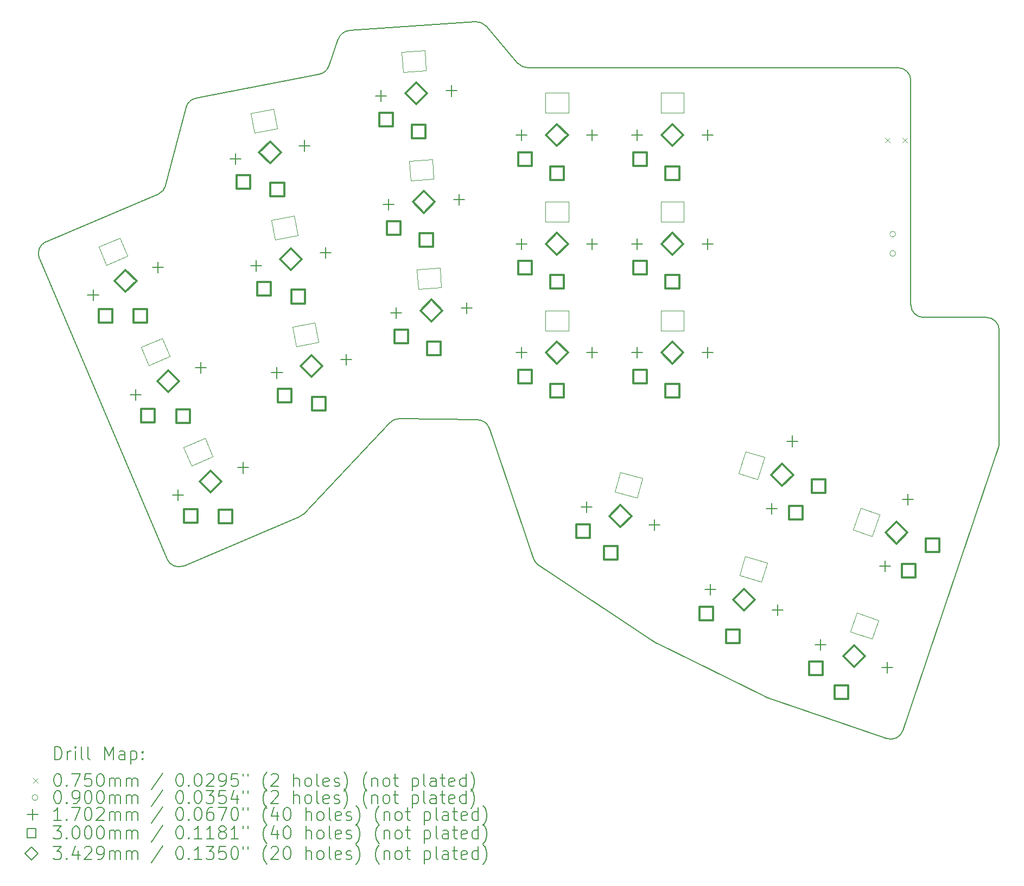
<source format=gbr>
%TF.GenerationSoftware,KiCad,Pcbnew,9.0.5*%
%TF.CreationDate,2025-11-08T17:12:59+10:00*%
%TF.ProjectId,badWingsLeft,62616457-696e-4677-934c-6566742e6b69,v1.0.0*%
%TF.SameCoordinates,Original*%
%TF.FileFunction,Drillmap*%
%TF.FilePolarity,Positive*%
%FSLAX45Y45*%
G04 Gerber Fmt 4.5, Leading zero omitted, Abs format (unit mm)*
G04 Created by KiCad (PCBNEW 9.0.5) date 2025-11-08 17:12:59*
%MOMM*%
%LPD*%
G01*
G04 APERTURE LIST*
%ADD10C,0.150000*%
%ADD11C,0.120000*%
%ADD12C,0.200000*%
%ADD13C,0.100000*%
%ADD14C,0.170180*%
%ADD15C,0.300000*%
%ADD16C,0.342900*%
G04 APERTURE END LIST*
D10*
X6932904Y-13826581D02*
G75*
G02*
X6817465Y-13960437I-193594J50252D01*
G01*
X9626175Y-11540110D02*
G75*
G02*
X9800838Y-11407116I188615J-66520D01*
G01*
X14607152Y-20983778D02*
G75*
G02*
X14584845Y-20970972I88398J179808D01*
G01*
X9800838Y-11407114D02*
X11764350Y-11269813D01*
X7216167Y-19766182D02*
G75*
G02*
X6953918Y-19660227I-78148J184102D01*
G01*
X5067145Y-14703405D02*
X6817466Y-13960439D01*
X18357471Y-11987246D02*
G75*
G02*
X18557474Y-12187246I-1J-200004D01*
G01*
X6953919Y-19660226D02*
X4961191Y-14965651D01*
X14584845Y-20970972D02*
X12750150Y-19754531D01*
X19937471Y-17854383D02*
G75*
G02*
X19926957Y-17918381I-199871J-27D01*
G01*
X9018625Y-19001085D02*
X7216167Y-19766182D01*
X16302018Y-21814982D02*
G75*
G02*
X16278919Y-21805373I65312J189562D01*
G01*
X4961191Y-14965651D02*
G75*
G02*
X5067144Y-14703404I184104J78145D01*
G01*
X6932904Y-13826581D02*
X7248579Y-12610299D01*
X16278919Y-21805373D02*
X14607152Y-20983778D01*
X19937471Y-16087246D02*
X19937471Y-17854383D01*
X18434685Y-22336549D02*
G75*
G02*
X18180087Y-22461655I-189485J63999D01*
G01*
X18757470Y-15887247D02*
G75*
G02*
X18557473Y-15687248I0J199997D01*
G01*
X12579261Y-11987246D02*
G75*
G02*
X12427618Y-11917652I-11J199986D01*
G01*
X9477906Y-11960532D02*
G75*
G02*
X9327452Y-12090337I-188606J66512D01*
G01*
X9085922Y-18954263D02*
G75*
G02*
X9018625Y-19001086I-145432J137253D01*
G01*
X11796160Y-17485315D02*
G75*
G02*
X11982837Y-17621091I-2740J-199985D01*
G01*
X9477906Y-11960532D02*
X9626175Y-11540110D01*
X18180087Y-22461653D02*
X16302018Y-21814982D01*
X18757470Y-15887247D02*
X19737471Y-15887247D01*
X19926955Y-17918381D02*
X18434685Y-22336549D01*
X7404004Y-12464220D02*
X9327452Y-12090338D01*
X10428963Y-17531345D02*
X9085922Y-18954263D01*
X11764350Y-11269813D02*
G75*
G02*
X11929943Y-11338922I13950J-199517D01*
G01*
X19737471Y-15887247D02*
G75*
G02*
X19937473Y-16087246I-1J-200003D01*
G01*
X7248579Y-12610299D02*
G75*
G02*
X7404004Y-12464219I193601J-50261D01*
G01*
X12579261Y-11987246D02*
X18357471Y-11987246D01*
X18557472Y-12187246D02*
X18557470Y-15687248D01*
X11929942Y-11338923D02*
X12427622Y-11917649D01*
X11796160Y-17485315D02*
X10577143Y-17468643D01*
X10428963Y-17531345D02*
G75*
G02*
X10577143Y-17468640I145448J-137275D01*
G01*
X12750150Y-19754531D02*
G75*
G02*
X12671255Y-19652046I110520J166691D01*
G01*
X12671255Y-19652046D02*
X11982837Y-17621091D01*
D11*
X8671253Y-12936083D02*
X8317867Y-13004775D01*
X8258715Y-12700473D01*
X8612102Y-12631781D01*
X8671253Y-12936083D01*
X13217471Y-14392246D02*
X12857471Y-14392247D01*
X12857471Y-14082248D01*
X13217471Y-14082248D01*
X13217471Y-14392246D01*
X6336755Y-14930370D02*
X6005374Y-15071034D01*
X5884246Y-14785679D01*
X6215627Y-14645014D01*
X6336755Y-14930370D01*
X14370864Y-18401155D02*
X14290630Y-18700590D01*
X13942897Y-18607415D01*
X14023131Y-18307980D01*
X14370864Y-18401155D01*
X16273651Y-18071717D02*
X16168397Y-18415986D01*
X15871943Y-18325351D01*
X15977198Y-17981081D01*
X16273651Y-18071717D01*
X8995629Y-14604851D02*
X8642243Y-14673543D01*
X8583092Y-14369241D01*
X8936478Y-14300549D01*
X8995629Y-14604851D01*
X18055523Y-20615519D02*
X17954597Y-20908629D01*
X17614210Y-20791424D01*
X17715136Y-20498314D01*
X18055523Y-20615519D01*
X11114495Y-13726128D02*
X10755372Y-13751240D01*
X10733747Y-13441996D01*
X11092870Y-13416884D01*
X11114495Y-13726128D01*
X16318148Y-19721829D02*
X16227513Y-20018283D01*
X15883243Y-19913028D01*
X15973879Y-19616575D01*
X16318148Y-19721829D01*
X9320003Y-16273616D02*
X8966617Y-16342308D01*
X8907465Y-16038006D01*
X9260852Y-15969314D01*
X9320003Y-16273616D01*
X7665242Y-18060087D02*
X7333861Y-18200752D01*
X7212734Y-17915396D01*
X7544115Y-17774731D01*
X7665242Y-18060087D01*
X11233080Y-15421988D02*
X10873958Y-15447100D01*
X10852333Y-15137857D01*
X11211456Y-15112744D01*
X11233080Y-15421988D01*
X15017470Y-12692247D02*
X14657470Y-12692247D01*
X14657470Y-12382248D01*
X15017470Y-12382248D01*
X15017470Y-12692247D01*
X13217471Y-16092247D02*
X12857471Y-16092247D01*
X12857471Y-15782248D01*
X13217471Y-15782248D01*
X13217471Y-16092247D01*
X15017472Y-14392245D02*
X14657472Y-14392245D01*
X14657472Y-14082246D01*
X15017472Y-14082246D01*
X15017472Y-14392245D01*
X15017472Y-16092246D02*
X14657472Y-16092246D01*
X14657472Y-15782247D01*
X15017472Y-15782247D01*
X15017472Y-16092246D01*
X10995909Y-12030269D02*
X10636786Y-12055381D01*
X10615161Y-11746137D01*
X10974284Y-11721025D01*
X10995909Y-12030269D01*
X13217471Y-12692246D02*
X12857472Y-12692246D01*
X12857472Y-12382247D01*
X13217471Y-12382247D01*
X13217471Y-12692246D01*
X18068643Y-18964859D02*
X17951438Y-19305245D01*
X17658328Y-19204319D01*
X17775533Y-18863933D01*
X18068643Y-18964859D01*
X7000998Y-16495229D02*
X6669617Y-16635894D01*
X6548490Y-16350538D01*
X6879871Y-16209873D01*
X7000998Y-16495229D01*
D12*
D13*
X18154471Y-13079748D02*
X18229471Y-13154748D01*
X18229471Y-13079748D02*
X18154471Y-13154748D01*
X18429471Y-13079748D02*
X18504471Y-13154748D01*
X18504471Y-13079748D02*
X18429471Y-13154748D01*
X18320471Y-14887247D02*
G75*
G02*
X18230471Y-14887247I-45000J0D01*
G01*
X18230471Y-14887247D02*
G75*
G02*
X18320471Y-14887247I45000J0D01*
G01*
X18320471Y-14587247D02*
G75*
G02*
X18230471Y-14587247I-45000J0D01*
G01*
X18230471Y-14587247D02*
G75*
G02*
X18320471Y-14587247I45000J0D01*
G01*
D14*
X5799588Y-15448089D02*
X5799588Y-15618269D01*
X5714498Y-15533179D02*
X5884678Y-15533179D01*
X6463832Y-17012948D02*
X6463832Y-17183128D01*
X6378742Y-17098038D02*
X6548922Y-17098038D01*
X6812144Y-15018286D02*
X6812144Y-15188466D01*
X6727054Y-15103376D02*
X6897234Y-15103376D01*
X7128075Y-18577805D02*
X7128075Y-18747985D01*
X7042985Y-18662895D02*
X7213165Y-18662895D01*
X7476387Y-16583145D02*
X7476387Y-16753325D01*
X7391297Y-16668235D02*
X7561477Y-16668235D01*
X8020494Y-13328947D02*
X8020494Y-13499127D01*
X7935404Y-13414037D02*
X8105584Y-13414037D01*
X8140631Y-18148002D02*
X8140631Y-18318182D01*
X8055541Y-18233092D02*
X8225721Y-18233092D01*
X8344870Y-14997713D02*
X8344870Y-15167893D01*
X8259780Y-15082803D02*
X8429960Y-15082803D01*
X8669244Y-16666481D02*
X8669244Y-16836661D01*
X8584154Y-16751571D02*
X8754334Y-16751571D01*
X9100285Y-13119057D02*
X9100285Y-13289237D01*
X9015195Y-13204147D02*
X9185375Y-13204147D01*
X9424661Y-14787824D02*
X9424661Y-14958004D01*
X9339571Y-14872914D02*
X9509751Y-14872914D01*
X9749034Y-16456591D02*
X9749034Y-16626771D01*
X9663944Y-16541681D02*
X9834124Y-16541681D01*
X10291754Y-12340261D02*
X10291754Y-12510441D01*
X10206664Y-12425351D02*
X10376844Y-12425351D01*
X10410338Y-14036121D02*
X10410338Y-14206301D01*
X10325248Y-14121211D02*
X10495428Y-14121211D01*
X10528926Y-15731980D02*
X10528926Y-15902160D01*
X10443836Y-15817070D02*
X10614016Y-15817070D01*
X11389074Y-12263529D02*
X11389074Y-12433709D01*
X11303984Y-12348619D02*
X11474164Y-12348619D01*
X11507658Y-13959388D02*
X11507658Y-14129568D01*
X11422568Y-14044478D02*
X11592748Y-14044478D01*
X11626246Y-15655247D02*
X11626246Y-15825427D01*
X11541156Y-15740337D02*
X11711336Y-15740337D01*
X12487471Y-16352156D02*
X12487471Y-16522336D01*
X12402381Y-16437246D02*
X12572561Y-16437246D01*
X12487472Y-12952157D02*
X12487472Y-13122337D01*
X12402382Y-13037247D02*
X12572562Y-13037247D01*
X12487473Y-14652156D02*
X12487473Y-14822336D01*
X12402383Y-14737246D02*
X12572563Y-14737246D01*
X13496214Y-18759806D02*
X13496214Y-18929986D01*
X13411124Y-18844896D02*
X13581304Y-18844896D01*
X13587471Y-16352156D02*
X13587471Y-16522336D01*
X13502381Y-16437246D02*
X13672561Y-16437246D01*
X13587472Y-12952157D02*
X13587472Y-13122337D01*
X13502382Y-13037247D02*
X13672562Y-13037247D01*
X13587473Y-14652156D02*
X13587473Y-14822336D01*
X13502383Y-14737246D02*
X13672563Y-14737246D01*
X14287470Y-14652159D02*
X14287470Y-14822339D01*
X14202380Y-14737249D02*
X14372560Y-14737249D01*
X14287471Y-12952158D02*
X14287471Y-13122338D01*
X14202381Y-13037248D02*
X14372561Y-13037248D01*
X14287471Y-16352157D02*
X14287471Y-16522337D01*
X14202381Y-16437247D02*
X14372561Y-16437247D01*
X14558731Y-19044506D02*
X14558731Y-19214686D01*
X14473641Y-19129596D02*
X14643821Y-19129596D01*
X15387470Y-14652159D02*
X15387470Y-14822339D01*
X15302380Y-14737249D02*
X15472560Y-14737249D01*
X15387471Y-12952158D02*
X15387471Y-13122338D01*
X15302381Y-13037248D02*
X15472561Y-13037248D01*
X15387471Y-16352157D02*
X15387471Y-16522337D01*
X15302381Y-16437247D02*
X15472561Y-16437247D01*
X15428544Y-20049688D02*
X15428544Y-20219868D01*
X15343454Y-20134778D02*
X15513634Y-20134778D01*
X16390146Y-18785597D02*
X16390146Y-18955777D01*
X16305056Y-18870687D02*
X16475236Y-18870687D01*
X16480479Y-20371297D02*
X16480479Y-20541477D01*
X16395389Y-20456387D02*
X16565569Y-20456387D01*
X16711755Y-17733662D02*
X16711755Y-17903842D01*
X16626665Y-17818752D02*
X16796845Y-17818752D01*
X17152049Y-20912079D02*
X17152049Y-21082259D01*
X17066959Y-20997169D02*
X17237139Y-20997169D01*
X18157181Y-19682319D02*
X18157181Y-19852499D01*
X18072091Y-19767409D02*
X18242271Y-19767409D01*
X18192119Y-21270204D02*
X18192119Y-21440384D01*
X18107029Y-21355294D02*
X18277209Y-21355294D01*
X18515306Y-18642250D02*
X18515306Y-18812430D01*
X18430216Y-18727340D02*
X18600396Y-18727340D01*
D15*
X6098205Y-15964900D02*
X6098205Y-15752766D01*
X5886071Y-15752766D01*
X5886071Y-15964900D01*
X6098205Y-15964900D01*
X6644418Y-15972045D02*
X6644418Y-15759911D01*
X6432284Y-15759911D01*
X6432284Y-15972045D01*
X6644418Y-15972045D01*
X6762448Y-17529759D02*
X6762448Y-17317625D01*
X6550314Y-17317625D01*
X6550314Y-17529759D01*
X6762448Y-17529759D01*
X7308662Y-17536904D02*
X7308662Y-17324770D01*
X7096528Y-17324770D01*
X7096528Y-17536904D01*
X7308662Y-17536904D01*
X7426692Y-19094616D02*
X7426692Y-18882482D01*
X7214558Y-18882482D01*
X7214558Y-19094616D01*
X7426692Y-19094616D01*
X7972905Y-19101761D02*
X7972905Y-18889627D01*
X7760771Y-18889627D01*
X7760771Y-19101761D01*
X7972905Y-19101761D01*
X8247196Y-13878674D02*
X8247196Y-13666540D01*
X8035062Y-13666540D01*
X8035062Y-13878674D01*
X8247196Y-13878674D01*
X8571572Y-15547440D02*
X8571572Y-15335306D01*
X8359438Y-15335306D01*
X8359438Y-15547440D01*
X8571572Y-15547440D01*
X8779988Y-13999228D02*
X8779988Y-13787094D01*
X8567854Y-13787094D01*
X8567854Y-13999228D01*
X8779988Y-13999228D01*
X8895946Y-17216208D02*
X8895946Y-17004074D01*
X8683812Y-17004074D01*
X8683812Y-17216208D01*
X8895946Y-17216208D01*
X9104364Y-15667995D02*
X9104364Y-15455861D01*
X8892230Y-15455861D01*
X8892230Y-15667995D01*
X9104364Y-15667995D01*
X9428738Y-17336762D02*
X9428738Y-17124628D01*
X9216604Y-17124628D01*
X9216604Y-17336762D01*
X9428738Y-17336762D01*
X10473857Y-12902017D02*
X10473857Y-12689883D01*
X10261723Y-12689883D01*
X10261723Y-12902017D01*
X10473857Y-12902017D01*
X10592442Y-14597876D02*
X10592442Y-14385742D01*
X10380308Y-14385742D01*
X10380308Y-14597876D01*
X10592442Y-14597876D01*
X10711029Y-16293736D02*
X10711029Y-16081602D01*
X10498895Y-16081602D01*
X10498895Y-16293736D01*
X10711029Y-16293736D01*
X10987987Y-13086603D02*
X10987987Y-12874469D01*
X10775853Y-12874469D01*
X10775853Y-13086603D01*
X10987987Y-13086603D01*
X11106571Y-14782463D02*
X11106571Y-14570329D01*
X10894437Y-14570329D01*
X10894437Y-14782463D01*
X11106571Y-14782463D01*
X11225159Y-16478322D02*
X11225159Y-16266188D01*
X11013025Y-16266188D01*
X11013025Y-16478322D01*
X11225159Y-16478322D01*
X12643538Y-16918313D02*
X12643538Y-16706179D01*
X12431404Y-16706179D01*
X12431404Y-16918313D01*
X12643538Y-16918313D01*
X12643539Y-13518314D02*
X12643539Y-13306180D01*
X12431405Y-13306180D01*
X12431405Y-13518314D01*
X12643539Y-13518314D01*
X12643540Y-15218313D02*
X12643540Y-15006179D01*
X12431406Y-15006179D01*
X12431406Y-15218313D01*
X12643540Y-15218313D01*
X13143538Y-17138314D02*
X13143538Y-16926180D01*
X12931404Y-16926180D01*
X12931404Y-17138314D01*
X13143538Y-17138314D01*
X13143540Y-13738315D02*
X13143540Y-13526181D01*
X12931406Y-13526181D01*
X12931406Y-13738315D01*
X13143540Y-13738315D01*
X13143540Y-15438314D02*
X13143540Y-15226180D01*
X12931406Y-15226180D01*
X12931406Y-15438314D01*
X13143540Y-15438314D01*
X13553519Y-19326126D02*
X13553519Y-19113992D01*
X13341385Y-19113992D01*
X13341385Y-19326126D01*
X13553519Y-19326126D01*
X13979542Y-19668039D02*
X13979542Y-19455905D01*
X13767408Y-19455905D01*
X13767408Y-19668039D01*
X13979542Y-19668039D01*
X14443537Y-15218316D02*
X14443537Y-15006182D01*
X14231403Y-15006182D01*
X14231403Y-15218316D01*
X14443537Y-15218316D01*
X14443538Y-13518315D02*
X14443538Y-13306181D01*
X14231404Y-13306181D01*
X14231404Y-13518315D01*
X14443538Y-13518315D01*
X14443538Y-16918314D02*
X14443538Y-16706180D01*
X14231404Y-16706180D01*
X14231404Y-16918314D01*
X14443538Y-16918314D01*
X14943538Y-15438316D02*
X14943538Y-15226182D01*
X14731404Y-15226182D01*
X14731404Y-15438316D01*
X14943538Y-15438316D01*
X14943539Y-13738316D02*
X14943539Y-13526182D01*
X14731405Y-13526182D01*
X14731405Y-13738316D01*
X14943539Y-13738316D01*
X14943539Y-17138315D02*
X14943539Y-16926181D01*
X14731405Y-16926181D01*
X14731405Y-17138315D01*
X14943539Y-17138315D01*
X15472787Y-20614078D02*
X15472787Y-20401944D01*
X15260653Y-20401944D01*
X15260653Y-20614078D01*
X15472787Y-20614078D01*
X15886617Y-20970652D02*
X15886617Y-20758518D01*
X15674483Y-20758518D01*
X15674483Y-20970652D01*
X15886617Y-20970652D01*
X16869446Y-19038578D02*
X16869446Y-18826444D01*
X16657312Y-18826444D01*
X16657312Y-19038578D01*
X16869446Y-19038578D01*
X17183304Y-21474084D02*
X17183304Y-21261950D01*
X16971170Y-21261950D01*
X16971170Y-21474084D01*
X17183304Y-21474084D01*
X17226020Y-18624748D02*
X17226020Y-18412614D01*
X17013886Y-18412614D01*
X17013886Y-18624748D01*
X17226020Y-18624748D01*
X17584438Y-21844882D02*
X17584438Y-21632748D01*
X17372304Y-21632748D01*
X17372304Y-21844882D01*
X17584438Y-21844882D01*
X18634096Y-19948289D02*
X18634096Y-19736155D01*
X18421962Y-19736155D01*
X18421962Y-19948289D01*
X18634096Y-19948289D01*
X19004894Y-19547155D02*
X19004894Y-19335021D01*
X18792760Y-19335021D01*
X18792760Y-19547155D01*
X19004894Y-19547155D01*
D16*
X6305866Y-15489728D02*
X6477316Y-15318278D01*
X6305866Y-15146828D01*
X6134416Y-15318278D01*
X6305866Y-15489728D01*
X6970110Y-17054587D02*
X7141560Y-16883137D01*
X6970110Y-16711687D01*
X6798660Y-16883137D01*
X6970110Y-17054587D01*
X7634353Y-18619443D02*
X7805803Y-18447993D01*
X7634353Y-18276543D01*
X7462903Y-18447993D01*
X7634353Y-18619443D01*
X8560390Y-13480542D02*
X8731840Y-13309092D01*
X8560390Y-13137642D01*
X8388940Y-13309092D01*
X8560390Y-13480542D01*
X8884765Y-15149308D02*
X9056215Y-14977858D01*
X8884765Y-14806408D01*
X8713315Y-14977858D01*
X8884765Y-15149308D01*
X9209139Y-16818076D02*
X9380589Y-16646626D01*
X9209139Y-16475176D01*
X9037689Y-16646626D01*
X9209139Y-16818076D01*
X10840414Y-12558435D02*
X11011864Y-12386985D01*
X10840414Y-12215535D01*
X10668964Y-12386985D01*
X10840414Y-12558435D01*
X10958998Y-14254294D02*
X11130448Y-14082844D01*
X10958998Y-13911394D01*
X10787548Y-14082844D01*
X10958998Y-14254294D01*
X11077586Y-15950154D02*
X11249036Y-15778704D01*
X11077586Y-15607254D01*
X10906136Y-15778704D01*
X11077586Y-15950154D01*
X13037471Y-16608696D02*
X13208921Y-16437246D01*
X13037471Y-16265796D01*
X12866021Y-16437246D01*
X13037471Y-16608696D01*
X13037472Y-13208697D02*
X13208922Y-13037247D01*
X13037472Y-12865797D01*
X12866022Y-13037247D01*
X13037472Y-13208697D01*
X13037473Y-14908696D02*
X13208923Y-14737246D01*
X13037473Y-14565796D01*
X12866023Y-14737246D01*
X13037473Y-14908696D01*
X14027473Y-19158696D02*
X14198923Y-18987246D01*
X14027473Y-18815796D01*
X13856023Y-18987246D01*
X14027473Y-19158696D01*
X14837470Y-14908699D02*
X15008920Y-14737249D01*
X14837470Y-14565799D01*
X14666020Y-14737249D01*
X14837470Y-14908699D01*
X14837471Y-13208698D02*
X15008921Y-13037248D01*
X14837471Y-12865798D01*
X14666021Y-13037248D01*
X14837471Y-13208698D01*
X14837471Y-16608697D02*
X15008921Y-16437247D01*
X14837471Y-16265797D01*
X14666021Y-16437247D01*
X14837471Y-16608697D01*
X15954512Y-20467033D02*
X16125962Y-20295583D01*
X15954512Y-20124133D01*
X15783062Y-20295583D01*
X15954512Y-20467033D01*
X16550951Y-18516169D02*
X16722401Y-18344719D01*
X16550951Y-18173269D01*
X16379501Y-18344719D01*
X16550951Y-18516169D01*
X17672084Y-21347682D02*
X17843534Y-21176232D01*
X17672084Y-21004782D01*
X17500634Y-21176232D01*
X17672084Y-21347682D01*
X18336243Y-19418824D02*
X18507693Y-19247374D01*
X18336243Y-19075924D01*
X18164793Y-19247374D01*
X18336243Y-19418824D01*
D12*
X5198569Y-22791535D02*
X5198569Y-22591535D01*
X5198569Y-22591535D02*
X5246188Y-22591535D01*
X5246188Y-22591535D02*
X5274760Y-22601059D01*
X5274760Y-22601059D02*
X5293807Y-22620106D01*
X5293807Y-22620106D02*
X5303331Y-22639154D01*
X5303331Y-22639154D02*
X5312855Y-22677249D01*
X5312855Y-22677249D02*
X5312855Y-22705821D01*
X5312855Y-22705821D02*
X5303331Y-22743916D01*
X5303331Y-22743916D02*
X5293807Y-22762963D01*
X5293807Y-22762963D02*
X5274760Y-22782011D01*
X5274760Y-22782011D02*
X5246188Y-22791535D01*
X5246188Y-22791535D02*
X5198569Y-22791535D01*
X5398569Y-22791535D02*
X5398569Y-22658202D01*
X5398569Y-22696297D02*
X5408093Y-22677249D01*
X5408093Y-22677249D02*
X5417617Y-22667725D01*
X5417617Y-22667725D02*
X5436665Y-22658202D01*
X5436665Y-22658202D02*
X5455712Y-22658202D01*
X5522379Y-22791535D02*
X5522379Y-22658202D01*
X5522379Y-22591535D02*
X5512855Y-22601059D01*
X5512855Y-22601059D02*
X5522379Y-22610583D01*
X5522379Y-22610583D02*
X5531903Y-22601059D01*
X5531903Y-22601059D02*
X5522379Y-22591535D01*
X5522379Y-22591535D02*
X5522379Y-22610583D01*
X5646188Y-22791535D02*
X5627141Y-22782011D01*
X5627141Y-22782011D02*
X5617617Y-22762963D01*
X5617617Y-22762963D02*
X5617617Y-22591535D01*
X5750950Y-22791535D02*
X5731903Y-22782011D01*
X5731903Y-22782011D02*
X5722379Y-22762963D01*
X5722379Y-22762963D02*
X5722379Y-22591535D01*
X5979522Y-22791535D02*
X5979522Y-22591535D01*
X5979522Y-22591535D02*
X6046188Y-22734392D01*
X6046188Y-22734392D02*
X6112855Y-22591535D01*
X6112855Y-22591535D02*
X6112855Y-22791535D01*
X6293807Y-22791535D02*
X6293807Y-22686773D01*
X6293807Y-22686773D02*
X6284284Y-22667725D01*
X6284284Y-22667725D02*
X6265236Y-22658202D01*
X6265236Y-22658202D02*
X6227141Y-22658202D01*
X6227141Y-22658202D02*
X6208093Y-22667725D01*
X6293807Y-22782011D02*
X6274760Y-22791535D01*
X6274760Y-22791535D02*
X6227141Y-22791535D01*
X6227141Y-22791535D02*
X6208093Y-22782011D01*
X6208093Y-22782011D02*
X6198569Y-22762963D01*
X6198569Y-22762963D02*
X6198569Y-22743916D01*
X6198569Y-22743916D02*
X6208093Y-22724868D01*
X6208093Y-22724868D02*
X6227141Y-22715344D01*
X6227141Y-22715344D02*
X6274760Y-22715344D01*
X6274760Y-22715344D02*
X6293807Y-22705821D01*
X6389045Y-22658202D02*
X6389045Y-22858202D01*
X6389045Y-22667725D02*
X6408093Y-22658202D01*
X6408093Y-22658202D02*
X6446188Y-22658202D01*
X6446188Y-22658202D02*
X6465236Y-22667725D01*
X6465236Y-22667725D02*
X6474760Y-22677249D01*
X6474760Y-22677249D02*
X6484284Y-22696297D01*
X6484284Y-22696297D02*
X6484284Y-22753440D01*
X6484284Y-22753440D02*
X6474760Y-22772487D01*
X6474760Y-22772487D02*
X6465236Y-22782011D01*
X6465236Y-22782011D02*
X6446188Y-22791535D01*
X6446188Y-22791535D02*
X6408093Y-22791535D01*
X6408093Y-22791535D02*
X6389045Y-22782011D01*
X6569998Y-22772487D02*
X6579522Y-22782011D01*
X6579522Y-22782011D02*
X6569998Y-22791535D01*
X6569998Y-22791535D02*
X6560474Y-22782011D01*
X6560474Y-22782011D02*
X6569998Y-22772487D01*
X6569998Y-22772487D02*
X6569998Y-22791535D01*
X6569998Y-22667725D02*
X6579522Y-22677249D01*
X6579522Y-22677249D02*
X6569998Y-22686773D01*
X6569998Y-22686773D02*
X6560474Y-22677249D01*
X6560474Y-22677249D02*
X6569998Y-22667725D01*
X6569998Y-22667725D02*
X6569998Y-22686773D01*
D13*
X4862793Y-23082551D02*
X4937793Y-23157551D01*
X4937793Y-23082551D02*
X4862793Y-23157551D01*
D12*
X5236665Y-23011535D02*
X5255712Y-23011535D01*
X5255712Y-23011535D02*
X5274760Y-23021059D01*
X5274760Y-23021059D02*
X5284284Y-23030583D01*
X5284284Y-23030583D02*
X5293807Y-23049630D01*
X5293807Y-23049630D02*
X5303331Y-23087725D01*
X5303331Y-23087725D02*
X5303331Y-23135344D01*
X5303331Y-23135344D02*
X5293807Y-23173440D01*
X5293807Y-23173440D02*
X5284284Y-23192487D01*
X5284284Y-23192487D02*
X5274760Y-23202011D01*
X5274760Y-23202011D02*
X5255712Y-23211535D01*
X5255712Y-23211535D02*
X5236665Y-23211535D01*
X5236665Y-23211535D02*
X5217617Y-23202011D01*
X5217617Y-23202011D02*
X5208093Y-23192487D01*
X5208093Y-23192487D02*
X5198569Y-23173440D01*
X5198569Y-23173440D02*
X5189046Y-23135344D01*
X5189046Y-23135344D02*
X5189046Y-23087725D01*
X5189046Y-23087725D02*
X5198569Y-23049630D01*
X5198569Y-23049630D02*
X5208093Y-23030583D01*
X5208093Y-23030583D02*
X5217617Y-23021059D01*
X5217617Y-23021059D02*
X5236665Y-23011535D01*
X5389046Y-23192487D02*
X5398569Y-23202011D01*
X5398569Y-23202011D02*
X5389046Y-23211535D01*
X5389046Y-23211535D02*
X5379522Y-23202011D01*
X5379522Y-23202011D02*
X5389046Y-23192487D01*
X5389046Y-23192487D02*
X5389046Y-23211535D01*
X5465236Y-23011535D02*
X5598569Y-23011535D01*
X5598569Y-23011535D02*
X5512855Y-23211535D01*
X5769998Y-23011535D02*
X5674760Y-23011535D01*
X5674760Y-23011535D02*
X5665236Y-23106773D01*
X5665236Y-23106773D02*
X5674760Y-23097249D01*
X5674760Y-23097249D02*
X5693807Y-23087725D01*
X5693807Y-23087725D02*
X5741426Y-23087725D01*
X5741426Y-23087725D02*
X5760474Y-23097249D01*
X5760474Y-23097249D02*
X5769998Y-23106773D01*
X5769998Y-23106773D02*
X5779522Y-23125821D01*
X5779522Y-23125821D02*
X5779522Y-23173440D01*
X5779522Y-23173440D02*
X5769998Y-23192487D01*
X5769998Y-23192487D02*
X5760474Y-23202011D01*
X5760474Y-23202011D02*
X5741426Y-23211535D01*
X5741426Y-23211535D02*
X5693807Y-23211535D01*
X5693807Y-23211535D02*
X5674760Y-23202011D01*
X5674760Y-23202011D02*
X5665236Y-23192487D01*
X5903331Y-23011535D02*
X5922379Y-23011535D01*
X5922379Y-23011535D02*
X5941426Y-23021059D01*
X5941426Y-23021059D02*
X5950950Y-23030583D01*
X5950950Y-23030583D02*
X5960474Y-23049630D01*
X5960474Y-23049630D02*
X5969998Y-23087725D01*
X5969998Y-23087725D02*
X5969998Y-23135344D01*
X5969998Y-23135344D02*
X5960474Y-23173440D01*
X5960474Y-23173440D02*
X5950950Y-23192487D01*
X5950950Y-23192487D02*
X5941426Y-23202011D01*
X5941426Y-23202011D02*
X5922379Y-23211535D01*
X5922379Y-23211535D02*
X5903331Y-23211535D01*
X5903331Y-23211535D02*
X5884284Y-23202011D01*
X5884284Y-23202011D02*
X5874760Y-23192487D01*
X5874760Y-23192487D02*
X5865236Y-23173440D01*
X5865236Y-23173440D02*
X5855712Y-23135344D01*
X5855712Y-23135344D02*
X5855712Y-23087725D01*
X5855712Y-23087725D02*
X5865236Y-23049630D01*
X5865236Y-23049630D02*
X5874760Y-23030583D01*
X5874760Y-23030583D02*
X5884284Y-23021059D01*
X5884284Y-23021059D02*
X5903331Y-23011535D01*
X6055712Y-23211535D02*
X6055712Y-23078202D01*
X6055712Y-23097249D02*
X6065236Y-23087725D01*
X6065236Y-23087725D02*
X6084284Y-23078202D01*
X6084284Y-23078202D02*
X6112855Y-23078202D01*
X6112855Y-23078202D02*
X6131903Y-23087725D01*
X6131903Y-23087725D02*
X6141426Y-23106773D01*
X6141426Y-23106773D02*
X6141426Y-23211535D01*
X6141426Y-23106773D02*
X6150950Y-23087725D01*
X6150950Y-23087725D02*
X6169998Y-23078202D01*
X6169998Y-23078202D02*
X6198569Y-23078202D01*
X6198569Y-23078202D02*
X6217617Y-23087725D01*
X6217617Y-23087725D02*
X6227141Y-23106773D01*
X6227141Y-23106773D02*
X6227141Y-23211535D01*
X6322379Y-23211535D02*
X6322379Y-23078202D01*
X6322379Y-23097249D02*
X6331903Y-23087725D01*
X6331903Y-23087725D02*
X6350950Y-23078202D01*
X6350950Y-23078202D02*
X6379522Y-23078202D01*
X6379522Y-23078202D02*
X6398569Y-23087725D01*
X6398569Y-23087725D02*
X6408093Y-23106773D01*
X6408093Y-23106773D02*
X6408093Y-23211535D01*
X6408093Y-23106773D02*
X6417617Y-23087725D01*
X6417617Y-23087725D02*
X6436665Y-23078202D01*
X6436665Y-23078202D02*
X6465236Y-23078202D01*
X6465236Y-23078202D02*
X6484284Y-23087725D01*
X6484284Y-23087725D02*
X6493807Y-23106773D01*
X6493807Y-23106773D02*
X6493807Y-23211535D01*
X6884284Y-23002011D02*
X6712855Y-23259154D01*
X7141427Y-23011535D02*
X7160474Y-23011535D01*
X7160474Y-23011535D02*
X7179522Y-23021059D01*
X7179522Y-23021059D02*
X7189046Y-23030583D01*
X7189046Y-23030583D02*
X7198569Y-23049630D01*
X7198569Y-23049630D02*
X7208093Y-23087725D01*
X7208093Y-23087725D02*
X7208093Y-23135344D01*
X7208093Y-23135344D02*
X7198569Y-23173440D01*
X7198569Y-23173440D02*
X7189046Y-23192487D01*
X7189046Y-23192487D02*
X7179522Y-23202011D01*
X7179522Y-23202011D02*
X7160474Y-23211535D01*
X7160474Y-23211535D02*
X7141427Y-23211535D01*
X7141427Y-23211535D02*
X7122379Y-23202011D01*
X7122379Y-23202011D02*
X7112855Y-23192487D01*
X7112855Y-23192487D02*
X7103331Y-23173440D01*
X7103331Y-23173440D02*
X7093808Y-23135344D01*
X7093808Y-23135344D02*
X7093808Y-23087725D01*
X7093808Y-23087725D02*
X7103331Y-23049630D01*
X7103331Y-23049630D02*
X7112855Y-23030583D01*
X7112855Y-23030583D02*
X7122379Y-23021059D01*
X7122379Y-23021059D02*
X7141427Y-23011535D01*
X7293808Y-23192487D02*
X7303331Y-23202011D01*
X7303331Y-23202011D02*
X7293808Y-23211535D01*
X7293808Y-23211535D02*
X7284284Y-23202011D01*
X7284284Y-23202011D02*
X7293808Y-23192487D01*
X7293808Y-23192487D02*
X7293808Y-23211535D01*
X7427141Y-23011535D02*
X7446189Y-23011535D01*
X7446189Y-23011535D02*
X7465236Y-23021059D01*
X7465236Y-23021059D02*
X7474760Y-23030583D01*
X7474760Y-23030583D02*
X7484284Y-23049630D01*
X7484284Y-23049630D02*
X7493808Y-23087725D01*
X7493808Y-23087725D02*
X7493808Y-23135344D01*
X7493808Y-23135344D02*
X7484284Y-23173440D01*
X7484284Y-23173440D02*
X7474760Y-23192487D01*
X7474760Y-23192487D02*
X7465236Y-23202011D01*
X7465236Y-23202011D02*
X7446189Y-23211535D01*
X7446189Y-23211535D02*
X7427141Y-23211535D01*
X7427141Y-23211535D02*
X7408093Y-23202011D01*
X7408093Y-23202011D02*
X7398569Y-23192487D01*
X7398569Y-23192487D02*
X7389046Y-23173440D01*
X7389046Y-23173440D02*
X7379522Y-23135344D01*
X7379522Y-23135344D02*
X7379522Y-23087725D01*
X7379522Y-23087725D02*
X7389046Y-23049630D01*
X7389046Y-23049630D02*
X7398569Y-23030583D01*
X7398569Y-23030583D02*
X7408093Y-23021059D01*
X7408093Y-23021059D02*
X7427141Y-23011535D01*
X7569998Y-23030583D02*
X7579522Y-23021059D01*
X7579522Y-23021059D02*
X7598569Y-23011535D01*
X7598569Y-23011535D02*
X7646189Y-23011535D01*
X7646189Y-23011535D02*
X7665236Y-23021059D01*
X7665236Y-23021059D02*
X7674760Y-23030583D01*
X7674760Y-23030583D02*
X7684284Y-23049630D01*
X7684284Y-23049630D02*
X7684284Y-23068678D01*
X7684284Y-23068678D02*
X7674760Y-23097249D01*
X7674760Y-23097249D02*
X7560474Y-23211535D01*
X7560474Y-23211535D02*
X7684284Y-23211535D01*
X7779522Y-23211535D02*
X7817617Y-23211535D01*
X7817617Y-23211535D02*
X7836665Y-23202011D01*
X7836665Y-23202011D02*
X7846189Y-23192487D01*
X7846189Y-23192487D02*
X7865236Y-23163916D01*
X7865236Y-23163916D02*
X7874760Y-23125821D01*
X7874760Y-23125821D02*
X7874760Y-23049630D01*
X7874760Y-23049630D02*
X7865236Y-23030583D01*
X7865236Y-23030583D02*
X7855712Y-23021059D01*
X7855712Y-23021059D02*
X7836665Y-23011535D01*
X7836665Y-23011535D02*
X7798569Y-23011535D01*
X7798569Y-23011535D02*
X7779522Y-23021059D01*
X7779522Y-23021059D02*
X7769998Y-23030583D01*
X7769998Y-23030583D02*
X7760474Y-23049630D01*
X7760474Y-23049630D02*
X7760474Y-23097249D01*
X7760474Y-23097249D02*
X7769998Y-23116297D01*
X7769998Y-23116297D02*
X7779522Y-23125821D01*
X7779522Y-23125821D02*
X7798569Y-23135344D01*
X7798569Y-23135344D02*
X7836665Y-23135344D01*
X7836665Y-23135344D02*
X7855712Y-23125821D01*
X7855712Y-23125821D02*
X7865236Y-23116297D01*
X7865236Y-23116297D02*
X7874760Y-23097249D01*
X8055712Y-23011535D02*
X7960474Y-23011535D01*
X7960474Y-23011535D02*
X7950950Y-23106773D01*
X7950950Y-23106773D02*
X7960474Y-23097249D01*
X7960474Y-23097249D02*
X7979522Y-23087725D01*
X7979522Y-23087725D02*
X8027141Y-23087725D01*
X8027141Y-23087725D02*
X8046189Y-23097249D01*
X8046189Y-23097249D02*
X8055712Y-23106773D01*
X8055712Y-23106773D02*
X8065236Y-23125821D01*
X8065236Y-23125821D02*
X8065236Y-23173440D01*
X8065236Y-23173440D02*
X8055712Y-23192487D01*
X8055712Y-23192487D02*
X8046189Y-23202011D01*
X8046189Y-23202011D02*
X8027141Y-23211535D01*
X8027141Y-23211535D02*
X7979522Y-23211535D01*
X7979522Y-23211535D02*
X7960474Y-23202011D01*
X7960474Y-23202011D02*
X7950950Y-23192487D01*
X8141427Y-23011535D02*
X8141427Y-23049630D01*
X8217617Y-23011535D02*
X8217617Y-23049630D01*
X8512855Y-23287725D02*
X8503332Y-23278202D01*
X8503332Y-23278202D02*
X8484284Y-23249630D01*
X8484284Y-23249630D02*
X8474760Y-23230583D01*
X8474760Y-23230583D02*
X8465236Y-23202011D01*
X8465236Y-23202011D02*
X8455713Y-23154392D01*
X8455713Y-23154392D02*
X8455713Y-23116297D01*
X8455713Y-23116297D02*
X8465236Y-23068678D01*
X8465236Y-23068678D02*
X8474760Y-23040106D01*
X8474760Y-23040106D02*
X8484284Y-23021059D01*
X8484284Y-23021059D02*
X8503332Y-22992487D01*
X8503332Y-22992487D02*
X8512855Y-22982963D01*
X8579522Y-23030583D02*
X8589046Y-23021059D01*
X8589046Y-23021059D02*
X8608093Y-23011535D01*
X8608093Y-23011535D02*
X8655713Y-23011535D01*
X8655713Y-23011535D02*
X8674760Y-23021059D01*
X8674760Y-23021059D02*
X8684284Y-23030583D01*
X8684284Y-23030583D02*
X8693808Y-23049630D01*
X8693808Y-23049630D02*
X8693808Y-23068678D01*
X8693808Y-23068678D02*
X8684284Y-23097249D01*
X8684284Y-23097249D02*
X8569998Y-23211535D01*
X8569998Y-23211535D02*
X8693808Y-23211535D01*
X8931903Y-23211535D02*
X8931903Y-23011535D01*
X9017617Y-23211535D02*
X9017617Y-23106773D01*
X9017617Y-23106773D02*
X9008094Y-23087725D01*
X9008094Y-23087725D02*
X8989046Y-23078202D01*
X8989046Y-23078202D02*
X8960474Y-23078202D01*
X8960474Y-23078202D02*
X8941427Y-23087725D01*
X8941427Y-23087725D02*
X8931903Y-23097249D01*
X9141427Y-23211535D02*
X9122379Y-23202011D01*
X9122379Y-23202011D02*
X9112855Y-23192487D01*
X9112855Y-23192487D02*
X9103332Y-23173440D01*
X9103332Y-23173440D02*
X9103332Y-23116297D01*
X9103332Y-23116297D02*
X9112855Y-23097249D01*
X9112855Y-23097249D02*
X9122379Y-23087725D01*
X9122379Y-23087725D02*
X9141427Y-23078202D01*
X9141427Y-23078202D02*
X9169998Y-23078202D01*
X9169998Y-23078202D02*
X9189046Y-23087725D01*
X9189046Y-23087725D02*
X9198570Y-23097249D01*
X9198570Y-23097249D02*
X9208094Y-23116297D01*
X9208094Y-23116297D02*
X9208094Y-23173440D01*
X9208094Y-23173440D02*
X9198570Y-23192487D01*
X9198570Y-23192487D02*
X9189046Y-23202011D01*
X9189046Y-23202011D02*
X9169998Y-23211535D01*
X9169998Y-23211535D02*
X9141427Y-23211535D01*
X9322379Y-23211535D02*
X9303332Y-23202011D01*
X9303332Y-23202011D02*
X9293808Y-23182963D01*
X9293808Y-23182963D02*
X9293808Y-23011535D01*
X9474760Y-23202011D02*
X9455713Y-23211535D01*
X9455713Y-23211535D02*
X9417617Y-23211535D01*
X9417617Y-23211535D02*
X9398570Y-23202011D01*
X9398570Y-23202011D02*
X9389046Y-23182963D01*
X9389046Y-23182963D02*
X9389046Y-23106773D01*
X9389046Y-23106773D02*
X9398570Y-23087725D01*
X9398570Y-23087725D02*
X9417617Y-23078202D01*
X9417617Y-23078202D02*
X9455713Y-23078202D01*
X9455713Y-23078202D02*
X9474760Y-23087725D01*
X9474760Y-23087725D02*
X9484284Y-23106773D01*
X9484284Y-23106773D02*
X9484284Y-23125821D01*
X9484284Y-23125821D02*
X9389046Y-23144868D01*
X9560475Y-23202011D02*
X9579522Y-23211535D01*
X9579522Y-23211535D02*
X9617617Y-23211535D01*
X9617617Y-23211535D02*
X9636665Y-23202011D01*
X9636665Y-23202011D02*
X9646189Y-23182963D01*
X9646189Y-23182963D02*
X9646189Y-23173440D01*
X9646189Y-23173440D02*
X9636665Y-23154392D01*
X9636665Y-23154392D02*
X9617617Y-23144868D01*
X9617617Y-23144868D02*
X9589046Y-23144868D01*
X9589046Y-23144868D02*
X9569998Y-23135344D01*
X9569998Y-23135344D02*
X9560475Y-23116297D01*
X9560475Y-23116297D02*
X9560475Y-23106773D01*
X9560475Y-23106773D02*
X9569998Y-23087725D01*
X9569998Y-23087725D02*
X9589046Y-23078202D01*
X9589046Y-23078202D02*
X9617617Y-23078202D01*
X9617617Y-23078202D02*
X9636665Y-23087725D01*
X9712856Y-23287725D02*
X9722379Y-23278202D01*
X9722379Y-23278202D02*
X9741427Y-23249630D01*
X9741427Y-23249630D02*
X9750951Y-23230583D01*
X9750951Y-23230583D02*
X9760475Y-23202011D01*
X9760475Y-23202011D02*
X9769998Y-23154392D01*
X9769998Y-23154392D02*
X9769998Y-23116297D01*
X9769998Y-23116297D02*
X9760475Y-23068678D01*
X9760475Y-23068678D02*
X9750951Y-23040106D01*
X9750951Y-23040106D02*
X9741427Y-23021059D01*
X9741427Y-23021059D02*
X9722379Y-22992487D01*
X9722379Y-22992487D02*
X9712856Y-22982963D01*
X10074760Y-23287725D02*
X10065236Y-23278202D01*
X10065236Y-23278202D02*
X10046189Y-23249630D01*
X10046189Y-23249630D02*
X10036665Y-23230583D01*
X10036665Y-23230583D02*
X10027141Y-23202011D01*
X10027141Y-23202011D02*
X10017617Y-23154392D01*
X10017617Y-23154392D02*
X10017617Y-23116297D01*
X10017617Y-23116297D02*
X10027141Y-23068678D01*
X10027141Y-23068678D02*
X10036665Y-23040106D01*
X10036665Y-23040106D02*
X10046189Y-23021059D01*
X10046189Y-23021059D02*
X10065236Y-22992487D01*
X10065236Y-22992487D02*
X10074760Y-22982963D01*
X10150951Y-23078202D02*
X10150951Y-23211535D01*
X10150951Y-23097249D02*
X10160475Y-23087725D01*
X10160475Y-23087725D02*
X10179522Y-23078202D01*
X10179522Y-23078202D02*
X10208094Y-23078202D01*
X10208094Y-23078202D02*
X10227141Y-23087725D01*
X10227141Y-23087725D02*
X10236665Y-23106773D01*
X10236665Y-23106773D02*
X10236665Y-23211535D01*
X10360475Y-23211535D02*
X10341427Y-23202011D01*
X10341427Y-23202011D02*
X10331903Y-23192487D01*
X10331903Y-23192487D02*
X10322379Y-23173440D01*
X10322379Y-23173440D02*
X10322379Y-23116297D01*
X10322379Y-23116297D02*
X10331903Y-23097249D01*
X10331903Y-23097249D02*
X10341427Y-23087725D01*
X10341427Y-23087725D02*
X10360475Y-23078202D01*
X10360475Y-23078202D02*
X10389046Y-23078202D01*
X10389046Y-23078202D02*
X10408094Y-23087725D01*
X10408094Y-23087725D02*
X10417617Y-23097249D01*
X10417617Y-23097249D02*
X10427141Y-23116297D01*
X10427141Y-23116297D02*
X10427141Y-23173440D01*
X10427141Y-23173440D02*
X10417617Y-23192487D01*
X10417617Y-23192487D02*
X10408094Y-23202011D01*
X10408094Y-23202011D02*
X10389046Y-23211535D01*
X10389046Y-23211535D02*
X10360475Y-23211535D01*
X10484284Y-23078202D02*
X10560475Y-23078202D01*
X10512856Y-23011535D02*
X10512856Y-23182963D01*
X10512856Y-23182963D02*
X10522379Y-23202011D01*
X10522379Y-23202011D02*
X10541427Y-23211535D01*
X10541427Y-23211535D02*
X10560475Y-23211535D01*
X10779522Y-23078202D02*
X10779522Y-23278202D01*
X10779522Y-23087725D02*
X10798570Y-23078202D01*
X10798570Y-23078202D02*
X10836665Y-23078202D01*
X10836665Y-23078202D02*
X10855713Y-23087725D01*
X10855713Y-23087725D02*
X10865237Y-23097249D01*
X10865237Y-23097249D02*
X10874760Y-23116297D01*
X10874760Y-23116297D02*
X10874760Y-23173440D01*
X10874760Y-23173440D02*
X10865237Y-23192487D01*
X10865237Y-23192487D02*
X10855713Y-23202011D01*
X10855713Y-23202011D02*
X10836665Y-23211535D01*
X10836665Y-23211535D02*
X10798570Y-23211535D01*
X10798570Y-23211535D02*
X10779522Y-23202011D01*
X10989046Y-23211535D02*
X10969998Y-23202011D01*
X10969998Y-23202011D02*
X10960475Y-23182963D01*
X10960475Y-23182963D02*
X10960475Y-23011535D01*
X11150951Y-23211535D02*
X11150951Y-23106773D01*
X11150951Y-23106773D02*
X11141427Y-23087725D01*
X11141427Y-23087725D02*
X11122379Y-23078202D01*
X11122379Y-23078202D02*
X11084284Y-23078202D01*
X11084284Y-23078202D02*
X11065237Y-23087725D01*
X11150951Y-23202011D02*
X11131903Y-23211535D01*
X11131903Y-23211535D02*
X11084284Y-23211535D01*
X11084284Y-23211535D02*
X11065237Y-23202011D01*
X11065237Y-23202011D02*
X11055713Y-23182963D01*
X11055713Y-23182963D02*
X11055713Y-23163916D01*
X11055713Y-23163916D02*
X11065237Y-23144868D01*
X11065237Y-23144868D02*
X11084284Y-23135344D01*
X11084284Y-23135344D02*
X11131903Y-23135344D01*
X11131903Y-23135344D02*
X11150951Y-23125821D01*
X11217617Y-23078202D02*
X11293808Y-23078202D01*
X11246189Y-23011535D02*
X11246189Y-23182963D01*
X11246189Y-23182963D02*
X11255713Y-23202011D01*
X11255713Y-23202011D02*
X11274760Y-23211535D01*
X11274760Y-23211535D02*
X11293808Y-23211535D01*
X11436665Y-23202011D02*
X11417617Y-23211535D01*
X11417617Y-23211535D02*
X11379522Y-23211535D01*
X11379522Y-23211535D02*
X11360475Y-23202011D01*
X11360475Y-23202011D02*
X11350951Y-23182963D01*
X11350951Y-23182963D02*
X11350951Y-23106773D01*
X11350951Y-23106773D02*
X11360475Y-23087725D01*
X11360475Y-23087725D02*
X11379522Y-23078202D01*
X11379522Y-23078202D02*
X11417617Y-23078202D01*
X11417617Y-23078202D02*
X11436665Y-23087725D01*
X11436665Y-23087725D02*
X11446189Y-23106773D01*
X11446189Y-23106773D02*
X11446189Y-23125821D01*
X11446189Y-23125821D02*
X11350951Y-23144868D01*
X11617617Y-23211535D02*
X11617617Y-23011535D01*
X11617617Y-23202011D02*
X11598570Y-23211535D01*
X11598570Y-23211535D02*
X11560475Y-23211535D01*
X11560475Y-23211535D02*
X11541427Y-23202011D01*
X11541427Y-23202011D02*
X11531903Y-23192487D01*
X11531903Y-23192487D02*
X11522379Y-23173440D01*
X11522379Y-23173440D02*
X11522379Y-23116297D01*
X11522379Y-23116297D02*
X11531903Y-23097249D01*
X11531903Y-23097249D02*
X11541427Y-23087725D01*
X11541427Y-23087725D02*
X11560475Y-23078202D01*
X11560475Y-23078202D02*
X11598570Y-23078202D01*
X11598570Y-23078202D02*
X11617617Y-23087725D01*
X11693808Y-23287725D02*
X11703332Y-23278202D01*
X11703332Y-23278202D02*
X11722379Y-23249630D01*
X11722379Y-23249630D02*
X11731903Y-23230583D01*
X11731903Y-23230583D02*
X11741427Y-23202011D01*
X11741427Y-23202011D02*
X11750951Y-23154392D01*
X11750951Y-23154392D02*
X11750951Y-23116297D01*
X11750951Y-23116297D02*
X11741427Y-23068678D01*
X11741427Y-23068678D02*
X11731903Y-23040106D01*
X11731903Y-23040106D02*
X11722379Y-23021059D01*
X11722379Y-23021059D02*
X11703332Y-22992487D01*
X11703332Y-22992487D02*
X11693808Y-22982963D01*
D13*
X4937793Y-23384051D02*
G75*
G02*
X4847793Y-23384051I-45000J0D01*
G01*
X4847793Y-23384051D02*
G75*
G02*
X4937793Y-23384051I45000J0D01*
G01*
D12*
X5236665Y-23275535D02*
X5255712Y-23275535D01*
X5255712Y-23275535D02*
X5274760Y-23285059D01*
X5274760Y-23285059D02*
X5284284Y-23294583D01*
X5284284Y-23294583D02*
X5293807Y-23313630D01*
X5293807Y-23313630D02*
X5303331Y-23351725D01*
X5303331Y-23351725D02*
X5303331Y-23399344D01*
X5303331Y-23399344D02*
X5293807Y-23437440D01*
X5293807Y-23437440D02*
X5284284Y-23456487D01*
X5284284Y-23456487D02*
X5274760Y-23466011D01*
X5274760Y-23466011D02*
X5255712Y-23475535D01*
X5255712Y-23475535D02*
X5236665Y-23475535D01*
X5236665Y-23475535D02*
X5217617Y-23466011D01*
X5217617Y-23466011D02*
X5208093Y-23456487D01*
X5208093Y-23456487D02*
X5198569Y-23437440D01*
X5198569Y-23437440D02*
X5189046Y-23399344D01*
X5189046Y-23399344D02*
X5189046Y-23351725D01*
X5189046Y-23351725D02*
X5198569Y-23313630D01*
X5198569Y-23313630D02*
X5208093Y-23294583D01*
X5208093Y-23294583D02*
X5217617Y-23285059D01*
X5217617Y-23285059D02*
X5236665Y-23275535D01*
X5389046Y-23456487D02*
X5398569Y-23466011D01*
X5398569Y-23466011D02*
X5389046Y-23475535D01*
X5389046Y-23475535D02*
X5379522Y-23466011D01*
X5379522Y-23466011D02*
X5389046Y-23456487D01*
X5389046Y-23456487D02*
X5389046Y-23475535D01*
X5493807Y-23475535D02*
X5531903Y-23475535D01*
X5531903Y-23475535D02*
X5550950Y-23466011D01*
X5550950Y-23466011D02*
X5560474Y-23456487D01*
X5560474Y-23456487D02*
X5579522Y-23427916D01*
X5579522Y-23427916D02*
X5589046Y-23389821D01*
X5589046Y-23389821D02*
X5589046Y-23313630D01*
X5589046Y-23313630D02*
X5579522Y-23294583D01*
X5579522Y-23294583D02*
X5569998Y-23285059D01*
X5569998Y-23285059D02*
X5550950Y-23275535D01*
X5550950Y-23275535D02*
X5512855Y-23275535D01*
X5512855Y-23275535D02*
X5493807Y-23285059D01*
X5493807Y-23285059D02*
X5484284Y-23294583D01*
X5484284Y-23294583D02*
X5474760Y-23313630D01*
X5474760Y-23313630D02*
X5474760Y-23361249D01*
X5474760Y-23361249D02*
X5484284Y-23380297D01*
X5484284Y-23380297D02*
X5493807Y-23389821D01*
X5493807Y-23389821D02*
X5512855Y-23399344D01*
X5512855Y-23399344D02*
X5550950Y-23399344D01*
X5550950Y-23399344D02*
X5569998Y-23389821D01*
X5569998Y-23389821D02*
X5579522Y-23380297D01*
X5579522Y-23380297D02*
X5589046Y-23361249D01*
X5712855Y-23275535D02*
X5731903Y-23275535D01*
X5731903Y-23275535D02*
X5750950Y-23285059D01*
X5750950Y-23285059D02*
X5760474Y-23294583D01*
X5760474Y-23294583D02*
X5769998Y-23313630D01*
X5769998Y-23313630D02*
X5779522Y-23351725D01*
X5779522Y-23351725D02*
X5779522Y-23399344D01*
X5779522Y-23399344D02*
X5769998Y-23437440D01*
X5769998Y-23437440D02*
X5760474Y-23456487D01*
X5760474Y-23456487D02*
X5750950Y-23466011D01*
X5750950Y-23466011D02*
X5731903Y-23475535D01*
X5731903Y-23475535D02*
X5712855Y-23475535D01*
X5712855Y-23475535D02*
X5693807Y-23466011D01*
X5693807Y-23466011D02*
X5684284Y-23456487D01*
X5684284Y-23456487D02*
X5674760Y-23437440D01*
X5674760Y-23437440D02*
X5665236Y-23399344D01*
X5665236Y-23399344D02*
X5665236Y-23351725D01*
X5665236Y-23351725D02*
X5674760Y-23313630D01*
X5674760Y-23313630D02*
X5684284Y-23294583D01*
X5684284Y-23294583D02*
X5693807Y-23285059D01*
X5693807Y-23285059D02*
X5712855Y-23275535D01*
X5903331Y-23275535D02*
X5922379Y-23275535D01*
X5922379Y-23275535D02*
X5941426Y-23285059D01*
X5941426Y-23285059D02*
X5950950Y-23294583D01*
X5950950Y-23294583D02*
X5960474Y-23313630D01*
X5960474Y-23313630D02*
X5969998Y-23351725D01*
X5969998Y-23351725D02*
X5969998Y-23399344D01*
X5969998Y-23399344D02*
X5960474Y-23437440D01*
X5960474Y-23437440D02*
X5950950Y-23456487D01*
X5950950Y-23456487D02*
X5941426Y-23466011D01*
X5941426Y-23466011D02*
X5922379Y-23475535D01*
X5922379Y-23475535D02*
X5903331Y-23475535D01*
X5903331Y-23475535D02*
X5884284Y-23466011D01*
X5884284Y-23466011D02*
X5874760Y-23456487D01*
X5874760Y-23456487D02*
X5865236Y-23437440D01*
X5865236Y-23437440D02*
X5855712Y-23399344D01*
X5855712Y-23399344D02*
X5855712Y-23351725D01*
X5855712Y-23351725D02*
X5865236Y-23313630D01*
X5865236Y-23313630D02*
X5874760Y-23294583D01*
X5874760Y-23294583D02*
X5884284Y-23285059D01*
X5884284Y-23285059D02*
X5903331Y-23275535D01*
X6055712Y-23475535D02*
X6055712Y-23342202D01*
X6055712Y-23361249D02*
X6065236Y-23351725D01*
X6065236Y-23351725D02*
X6084284Y-23342202D01*
X6084284Y-23342202D02*
X6112855Y-23342202D01*
X6112855Y-23342202D02*
X6131903Y-23351725D01*
X6131903Y-23351725D02*
X6141426Y-23370773D01*
X6141426Y-23370773D02*
X6141426Y-23475535D01*
X6141426Y-23370773D02*
X6150950Y-23351725D01*
X6150950Y-23351725D02*
X6169998Y-23342202D01*
X6169998Y-23342202D02*
X6198569Y-23342202D01*
X6198569Y-23342202D02*
X6217617Y-23351725D01*
X6217617Y-23351725D02*
X6227141Y-23370773D01*
X6227141Y-23370773D02*
X6227141Y-23475535D01*
X6322379Y-23475535D02*
X6322379Y-23342202D01*
X6322379Y-23361249D02*
X6331903Y-23351725D01*
X6331903Y-23351725D02*
X6350950Y-23342202D01*
X6350950Y-23342202D02*
X6379522Y-23342202D01*
X6379522Y-23342202D02*
X6398569Y-23351725D01*
X6398569Y-23351725D02*
X6408093Y-23370773D01*
X6408093Y-23370773D02*
X6408093Y-23475535D01*
X6408093Y-23370773D02*
X6417617Y-23351725D01*
X6417617Y-23351725D02*
X6436665Y-23342202D01*
X6436665Y-23342202D02*
X6465236Y-23342202D01*
X6465236Y-23342202D02*
X6484284Y-23351725D01*
X6484284Y-23351725D02*
X6493807Y-23370773D01*
X6493807Y-23370773D02*
X6493807Y-23475535D01*
X6884284Y-23266011D02*
X6712855Y-23523154D01*
X7141427Y-23275535D02*
X7160474Y-23275535D01*
X7160474Y-23275535D02*
X7179522Y-23285059D01*
X7179522Y-23285059D02*
X7189046Y-23294583D01*
X7189046Y-23294583D02*
X7198569Y-23313630D01*
X7198569Y-23313630D02*
X7208093Y-23351725D01*
X7208093Y-23351725D02*
X7208093Y-23399344D01*
X7208093Y-23399344D02*
X7198569Y-23437440D01*
X7198569Y-23437440D02*
X7189046Y-23456487D01*
X7189046Y-23456487D02*
X7179522Y-23466011D01*
X7179522Y-23466011D02*
X7160474Y-23475535D01*
X7160474Y-23475535D02*
X7141427Y-23475535D01*
X7141427Y-23475535D02*
X7122379Y-23466011D01*
X7122379Y-23466011D02*
X7112855Y-23456487D01*
X7112855Y-23456487D02*
X7103331Y-23437440D01*
X7103331Y-23437440D02*
X7093808Y-23399344D01*
X7093808Y-23399344D02*
X7093808Y-23351725D01*
X7093808Y-23351725D02*
X7103331Y-23313630D01*
X7103331Y-23313630D02*
X7112855Y-23294583D01*
X7112855Y-23294583D02*
X7122379Y-23285059D01*
X7122379Y-23285059D02*
X7141427Y-23275535D01*
X7293808Y-23456487D02*
X7303331Y-23466011D01*
X7303331Y-23466011D02*
X7293808Y-23475535D01*
X7293808Y-23475535D02*
X7284284Y-23466011D01*
X7284284Y-23466011D02*
X7293808Y-23456487D01*
X7293808Y-23456487D02*
X7293808Y-23475535D01*
X7427141Y-23275535D02*
X7446189Y-23275535D01*
X7446189Y-23275535D02*
X7465236Y-23285059D01*
X7465236Y-23285059D02*
X7474760Y-23294583D01*
X7474760Y-23294583D02*
X7484284Y-23313630D01*
X7484284Y-23313630D02*
X7493808Y-23351725D01*
X7493808Y-23351725D02*
X7493808Y-23399344D01*
X7493808Y-23399344D02*
X7484284Y-23437440D01*
X7484284Y-23437440D02*
X7474760Y-23456487D01*
X7474760Y-23456487D02*
X7465236Y-23466011D01*
X7465236Y-23466011D02*
X7446189Y-23475535D01*
X7446189Y-23475535D02*
X7427141Y-23475535D01*
X7427141Y-23475535D02*
X7408093Y-23466011D01*
X7408093Y-23466011D02*
X7398569Y-23456487D01*
X7398569Y-23456487D02*
X7389046Y-23437440D01*
X7389046Y-23437440D02*
X7379522Y-23399344D01*
X7379522Y-23399344D02*
X7379522Y-23351725D01*
X7379522Y-23351725D02*
X7389046Y-23313630D01*
X7389046Y-23313630D02*
X7398569Y-23294583D01*
X7398569Y-23294583D02*
X7408093Y-23285059D01*
X7408093Y-23285059D02*
X7427141Y-23275535D01*
X7560474Y-23275535D02*
X7684284Y-23275535D01*
X7684284Y-23275535D02*
X7617617Y-23351725D01*
X7617617Y-23351725D02*
X7646189Y-23351725D01*
X7646189Y-23351725D02*
X7665236Y-23361249D01*
X7665236Y-23361249D02*
X7674760Y-23370773D01*
X7674760Y-23370773D02*
X7684284Y-23389821D01*
X7684284Y-23389821D02*
X7684284Y-23437440D01*
X7684284Y-23437440D02*
X7674760Y-23456487D01*
X7674760Y-23456487D02*
X7665236Y-23466011D01*
X7665236Y-23466011D02*
X7646189Y-23475535D01*
X7646189Y-23475535D02*
X7589046Y-23475535D01*
X7589046Y-23475535D02*
X7569998Y-23466011D01*
X7569998Y-23466011D02*
X7560474Y-23456487D01*
X7865236Y-23275535D02*
X7769998Y-23275535D01*
X7769998Y-23275535D02*
X7760474Y-23370773D01*
X7760474Y-23370773D02*
X7769998Y-23361249D01*
X7769998Y-23361249D02*
X7789046Y-23351725D01*
X7789046Y-23351725D02*
X7836665Y-23351725D01*
X7836665Y-23351725D02*
X7855712Y-23361249D01*
X7855712Y-23361249D02*
X7865236Y-23370773D01*
X7865236Y-23370773D02*
X7874760Y-23389821D01*
X7874760Y-23389821D02*
X7874760Y-23437440D01*
X7874760Y-23437440D02*
X7865236Y-23456487D01*
X7865236Y-23456487D02*
X7855712Y-23466011D01*
X7855712Y-23466011D02*
X7836665Y-23475535D01*
X7836665Y-23475535D02*
X7789046Y-23475535D01*
X7789046Y-23475535D02*
X7769998Y-23466011D01*
X7769998Y-23466011D02*
X7760474Y-23456487D01*
X8046189Y-23342202D02*
X8046189Y-23475535D01*
X7998569Y-23266011D02*
X7950950Y-23408868D01*
X7950950Y-23408868D02*
X8074760Y-23408868D01*
X8141427Y-23275535D02*
X8141427Y-23313630D01*
X8217617Y-23275535D02*
X8217617Y-23313630D01*
X8512855Y-23551725D02*
X8503332Y-23542202D01*
X8503332Y-23542202D02*
X8484284Y-23513630D01*
X8484284Y-23513630D02*
X8474760Y-23494583D01*
X8474760Y-23494583D02*
X8465236Y-23466011D01*
X8465236Y-23466011D02*
X8455713Y-23418392D01*
X8455713Y-23418392D02*
X8455713Y-23380297D01*
X8455713Y-23380297D02*
X8465236Y-23332678D01*
X8465236Y-23332678D02*
X8474760Y-23304106D01*
X8474760Y-23304106D02*
X8484284Y-23285059D01*
X8484284Y-23285059D02*
X8503332Y-23256487D01*
X8503332Y-23256487D02*
X8512855Y-23246963D01*
X8579522Y-23294583D02*
X8589046Y-23285059D01*
X8589046Y-23285059D02*
X8608093Y-23275535D01*
X8608093Y-23275535D02*
X8655713Y-23275535D01*
X8655713Y-23275535D02*
X8674760Y-23285059D01*
X8674760Y-23285059D02*
X8684284Y-23294583D01*
X8684284Y-23294583D02*
X8693808Y-23313630D01*
X8693808Y-23313630D02*
X8693808Y-23332678D01*
X8693808Y-23332678D02*
X8684284Y-23361249D01*
X8684284Y-23361249D02*
X8569998Y-23475535D01*
X8569998Y-23475535D02*
X8693808Y-23475535D01*
X8931903Y-23475535D02*
X8931903Y-23275535D01*
X9017617Y-23475535D02*
X9017617Y-23370773D01*
X9017617Y-23370773D02*
X9008094Y-23351725D01*
X9008094Y-23351725D02*
X8989046Y-23342202D01*
X8989046Y-23342202D02*
X8960474Y-23342202D01*
X8960474Y-23342202D02*
X8941427Y-23351725D01*
X8941427Y-23351725D02*
X8931903Y-23361249D01*
X9141427Y-23475535D02*
X9122379Y-23466011D01*
X9122379Y-23466011D02*
X9112855Y-23456487D01*
X9112855Y-23456487D02*
X9103332Y-23437440D01*
X9103332Y-23437440D02*
X9103332Y-23380297D01*
X9103332Y-23380297D02*
X9112855Y-23361249D01*
X9112855Y-23361249D02*
X9122379Y-23351725D01*
X9122379Y-23351725D02*
X9141427Y-23342202D01*
X9141427Y-23342202D02*
X9169998Y-23342202D01*
X9169998Y-23342202D02*
X9189046Y-23351725D01*
X9189046Y-23351725D02*
X9198570Y-23361249D01*
X9198570Y-23361249D02*
X9208094Y-23380297D01*
X9208094Y-23380297D02*
X9208094Y-23437440D01*
X9208094Y-23437440D02*
X9198570Y-23456487D01*
X9198570Y-23456487D02*
X9189046Y-23466011D01*
X9189046Y-23466011D02*
X9169998Y-23475535D01*
X9169998Y-23475535D02*
X9141427Y-23475535D01*
X9322379Y-23475535D02*
X9303332Y-23466011D01*
X9303332Y-23466011D02*
X9293808Y-23446963D01*
X9293808Y-23446963D02*
X9293808Y-23275535D01*
X9474760Y-23466011D02*
X9455713Y-23475535D01*
X9455713Y-23475535D02*
X9417617Y-23475535D01*
X9417617Y-23475535D02*
X9398570Y-23466011D01*
X9398570Y-23466011D02*
X9389046Y-23446963D01*
X9389046Y-23446963D02*
X9389046Y-23370773D01*
X9389046Y-23370773D02*
X9398570Y-23351725D01*
X9398570Y-23351725D02*
X9417617Y-23342202D01*
X9417617Y-23342202D02*
X9455713Y-23342202D01*
X9455713Y-23342202D02*
X9474760Y-23351725D01*
X9474760Y-23351725D02*
X9484284Y-23370773D01*
X9484284Y-23370773D02*
X9484284Y-23389821D01*
X9484284Y-23389821D02*
X9389046Y-23408868D01*
X9560475Y-23466011D02*
X9579522Y-23475535D01*
X9579522Y-23475535D02*
X9617617Y-23475535D01*
X9617617Y-23475535D02*
X9636665Y-23466011D01*
X9636665Y-23466011D02*
X9646189Y-23446963D01*
X9646189Y-23446963D02*
X9646189Y-23437440D01*
X9646189Y-23437440D02*
X9636665Y-23418392D01*
X9636665Y-23418392D02*
X9617617Y-23408868D01*
X9617617Y-23408868D02*
X9589046Y-23408868D01*
X9589046Y-23408868D02*
X9569998Y-23399344D01*
X9569998Y-23399344D02*
X9560475Y-23380297D01*
X9560475Y-23380297D02*
X9560475Y-23370773D01*
X9560475Y-23370773D02*
X9569998Y-23351725D01*
X9569998Y-23351725D02*
X9589046Y-23342202D01*
X9589046Y-23342202D02*
X9617617Y-23342202D01*
X9617617Y-23342202D02*
X9636665Y-23351725D01*
X9712856Y-23551725D02*
X9722379Y-23542202D01*
X9722379Y-23542202D02*
X9741427Y-23513630D01*
X9741427Y-23513630D02*
X9750951Y-23494583D01*
X9750951Y-23494583D02*
X9760475Y-23466011D01*
X9760475Y-23466011D02*
X9769998Y-23418392D01*
X9769998Y-23418392D02*
X9769998Y-23380297D01*
X9769998Y-23380297D02*
X9760475Y-23332678D01*
X9760475Y-23332678D02*
X9750951Y-23304106D01*
X9750951Y-23304106D02*
X9741427Y-23285059D01*
X9741427Y-23285059D02*
X9722379Y-23256487D01*
X9722379Y-23256487D02*
X9712856Y-23246963D01*
X10074760Y-23551725D02*
X10065236Y-23542202D01*
X10065236Y-23542202D02*
X10046189Y-23513630D01*
X10046189Y-23513630D02*
X10036665Y-23494583D01*
X10036665Y-23494583D02*
X10027141Y-23466011D01*
X10027141Y-23466011D02*
X10017617Y-23418392D01*
X10017617Y-23418392D02*
X10017617Y-23380297D01*
X10017617Y-23380297D02*
X10027141Y-23332678D01*
X10027141Y-23332678D02*
X10036665Y-23304106D01*
X10036665Y-23304106D02*
X10046189Y-23285059D01*
X10046189Y-23285059D02*
X10065236Y-23256487D01*
X10065236Y-23256487D02*
X10074760Y-23246963D01*
X10150951Y-23342202D02*
X10150951Y-23475535D01*
X10150951Y-23361249D02*
X10160475Y-23351725D01*
X10160475Y-23351725D02*
X10179522Y-23342202D01*
X10179522Y-23342202D02*
X10208094Y-23342202D01*
X10208094Y-23342202D02*
X10227141Y-23351725D01*
X10227141Y-23351725D02*
X10236665Y-23370773D01*
X10236665Y-23370773D02*
X10236665Y-23475535D01*
X10360475Y-23475535D02*
X10341427Y-23466011D01*
X10341427Y-23466011D02*
X10331903Y-23456487D01*
X10331903Y-23456487D02*
X10322379Y-23437440D01*
X10322379Y-23437440D02*
X10322379Y-23380297D01*
X10322379Y-23380297D02*
X10331903Y-23361249D01*
X10331903Y-23361249D02*
X10341427Y-23351725D01*
X10341427Y-23351725D02*
X10360475Y-23342202D01*
X10360475Y-23342202D02*
X10389046Y-23342202D01*
X10389046Y-23342202D02*
X10408094Y-23351725D01*
X10408094Y-23351725D02*
X10417617Y-23361249D01*
X10417617Y-23361249D02*
X10427141Y-23380297D01*
X10427141Y-23380297D02*
X10427141Y-23437440D01*
X10427141Y-23437440D02*
X10417617Y-23456487D01*
X10417617Y-23456487D02*
X10408094Y-23466011D01*
X10408094Y-23466011D02*
X10389046Y-23475535D01*
X10389046Y-23475535D02*
X10360475Y-23475535D01*
X10484284Y-23342202D02*
X10560475Y-23342202D01*
X10512856Y-23275535D02*
X10512856Y-23446963D01*
X10512856Y-23446963D02*
X10522379Y-23466011D01*
X10522379Y-23466011D02*
X10541427Y-23475535D01*
X10541427Y-23475535D02*
X10560475Y-23475535D01*
X10779522Y-23342202D02*
X10779522Y-23542202D01*
X10779522Y-23351725D02*
X10798570Y-23342202D01*
X10798570Y-23342202D02*
X10836665Y-23342202D01*
X10836665Y-23342202D02*
X10855713Y-23351725D01*
X10855713Y-23351725D02*
X10865237Y-23361249D01*
X10865237Y-23361249D02*
X10874760Y-23380297D01*
X10874760Y-23380297D02*
X10874760Y-23437440D01*
X10874760Y-23437440D02*
X10865237Y-23456487D01*
X10865237Y-23456487D02*
X10855713Y-23466011D01*
X10855713Y-23466011D02*
X10836665Y-23475535D01*
X10836665Y-23475535D02*
X10798570Y-23475535D01*
X10798570Y-23475535D02*
X10779522Y-23466011D01*
X10989046Y-23475535D02*
X10969998Y-23466011D01*
X10969998Y-23466011D02*
X10960475Y-23446963D01*
X10960475Y-23446963D02*
X10960475Y-23275535D01*
X11150951Y-23475535D02*
X11150951Y-23370773D01*
X11150951Y-23370773D02*
X11141427Y-23351725D01*
X11141427Y-23351725D02*
X11122379Y-23342202D01*
X11122379Y-23342202D02*
X11084284Y-23342202D01*
X11084284Y-23342202D02*
X11065237Y-23351725D01*
X11150951Y-23466011D02*
X11131903Y-23475535D01*
X11131903Y-23475535D02*
X11084284Y-23475535D01*
X11084284Y-23475535D02*
X11065237Y-23466011D01*
X11065237Y-23466011D02*
X11055713Y-23446963D01*
X11055713Y-23446963D02*
X11055713Y-23427916D01*
X11055713Y-23427916D02*
X11065237Y-23408868D01*
X11065237Y-23408868D02*
X11084284Y-23399344D01*
X11084284Y-23399344D02*
X11131903Y-23399344D01*
X11131903Y-23399344D02*
X11150951Y-23389821D01*
X11217617Y-23342202D02*
X11293808Y-23342202D01*
X11246189Y-23275535D02*
X11246189Y-23446963D01*
X11246189Y-23446963D02*
X11255713Y-23466011D01*
X11255713Y-23466011D02*
X11274760Y-23475535D01*
X11274760Y-23475535D02*
X11293808Y-23475535D01*
X11436665Y-23466011D02*
X11417617Y-23475535D01*
X11417617Y-23475535D02*
X11379522Y-23475535D01*
X11379522Y-23475535D02*
X11360475Y-23466011D01*
X11360475Y-23466011D02*
X11350951Y-23446963D01*
X11350951Y-23446963D02*
X11350951Y-23370773D01*
X11350951Y-23370773D02*
X11360475Y-23351725D01*
X11360475Y-23351725D02*
X11379522Y-23342202D01*
X11379522Y-23342202D02*
X11417617Y-23342202D01*
X11417617Y-23342202D02*
X11436665Y-23351725D01*
X11436665Y-23351725D02*
X11446189Y-23370773D01*
X11446189Y-23370773D02*
X11446189Y-23389821D01*
X11446189Y-23389821D02*
X11350951Y-23408868D01*
X11617617Y-23475535D02*
X11617617Y-23275535D01*
X11617617Y-23466011D02*
X11598570Y-23475535D01*
X11598570Y-23475535D02*
X11560475Y-23475535D01*
X11560475Y-23475535D02*
X11541427Y-23466011D01*
X11541427Y-23466011D02*
X11531903Y-23456487D01*
X11531903Y-23456487D02*
X11522379Y-23437440D01*
X11522379Y-23437440D02*
X11522379Y-23380297D01*
X11522379Y-23380297D02*
X11531903Y-23361249D01*
X11531903Y-23361249D02*
X11541427Y-23351725D01*
X11541427Y-23351725D02*
X11560475Y-23342202D01*
X11560475Y-23342202D02*
X11598570Y-23342202D01*
X11598570Y-23342202D02*
X11617617Y-23351725D01*
X11693808Y-23551725D02*
X11703332Y-23542202D01*
X11703332Y-23542202D02*
X11722379Y-23513630D01*
X11722379Y-23513630D02*
X11731903Y-23494583D01*
X11731903Y-23494583D02*
X11741427Y-23466011D01*
X11741427Y-23466011D02*
X11750951Y-23418392D01*
X11750951Y-23418392D02*
X11750951Y-23380297D01*
X11750951Y-23380297D02*
X11741427Y-23332678D01*
X11741427Y-23332678D02*
X11731903Y-23304106D01*
X11731903Y-23304106D02*
X11722379Y-23285059D01*
X11722379Y-23285059D02*
X11703332Y-23256487D01*
X11703332Y-23256487D02*
X11693808Y-23246963D01*
D14*
X4852703Y-23562961D02*
X4852703Y-23733141D01*
X4767613Y-23648051D02*
X4937793Y-23648051D01*
D12*
X5303331Y-23739535D02*
X5189046Y-23739535D01*
X5246188Y-23739535D02*
X5246188Y-23539535D01*
X5246188Y-23539535D02*
X5227141Y-23568106D01*
X5227141Y-23568106D02*
X5208093Y-23587154D01*
X5208093Y-23587154D02*
X5189046Y-23596678D01*
X5389046Y-23720487D02*
X5398569Y-23730011D01*
X5398569Y-23730011D02*
X5389046Y-23739535D01*
X5389046Y-23739535D02*
X5379522Y-23730011D01*
X5379522Y-23730011D02*
X5389046Y-23720487D01*
X5389046Y-23720487D02*
X5389046Y-23739535D01*
X5465236Y-23539535D02*
X5598569Y-23539535D01*
X5598569Y-23539535D02*
X5512855Y-23739535D01*
X5712855Y-23539535D02*
X5731903Y-23539535D01*
X5731903Y-23539535D02*
X5750950Y-23549059D01*
X5750950Y-23549059D02*
X5760474Y-23558583D01*
X5760474Y-23558583D02*
X5769998Y-23577630D01*
X5769998Y-23577630D02*
X5779522Y-23615725D01*
X5779522Y-23615725D02*
X5779522Y-23663344D01*
X5779522Y-23663344D02*
X5769998Y-23701440D01*
X5769998Y-23701440D02*
X5760474Y-23720487D01*
X5760474Y-23720487D02*
X5750950Y-23730011D01*
X5750950Y-23730011D02*
X5731903Y-23739535D01*
X5731903Y-23739535D02*
X5712855Y-23739535D01*
X5712855Y-23739535D02*
X5693807Y-23730011D01*
X5693807Y-23730011D02*
X5684284Y-23720487D01*
X5684284Y-23720487D02*
X5674760Y-23701440D01*
X5674760Y-23701440D02*
X5665236Y-23663344D01*
X5665236Y-23663344D02*
X5665236Y-23615725D01*
X5665236Y-23615725D02*
X5674760Y-23577630D01*
X5674760Y-23577630D02*
X5684284Y-23558583D01*
X5684284Y-23558583D02*
X5693807Y-23549059D01*
X5693807Y-23549059D02*
X5712855Y-23539535D01*
X5855712Y-23558583D02*
X5865236Y-23549059D01*
X5865236Y-23549059D02*
X5884284Y-23539535D01*
X5884284Y-23539535D02*
X5931903Y-23539535D01*
X5931903Y-23539535D02*
X5950950Y-23549059D01*
X5950950Y-23549059D02*
X5960474Y-23558583D01*
X5960474Y-23558583D02*
X5969998Y-23577630D01*
X5969998Y-23577630D02*
X5969998Y-23596678D01*
X5969998Y-23596678D02*
X5960474Y-23625249D01*
X5960474Y-23625249D02*
X5846188Y-23739535D01*
X5846188Y-23739535D02*
X5969998Y-23739535D01*
X6055712Y-23739535D02*
X6055712Y-23606202D01*
X6055712Y-23625249D02*
X6065236Y-23615725D01*
X6065236Y-23615725D02*
X6084284Y-23606202D01*
X6084284Y-23606202D02*
X6112855Y-23606202D01*
X6112855Y-23606202D02*
X6131903Y-23615725D01*
X6131903Y-23615725D02*
X6141426Y-23634773D01*
X6141426Y-23634773D02*
X6141426Y-23739535D01*
X6141426Y-23634773D02*
X6150950Y-23615725D01*
X6150950Y-23615725D02*
X6169998Y-23606202D01*
X6169998Y-23606202D02*
X6198569Y-23606202D01*
X6198569Y-23606202D02*
X6217617Y-23615725D01*
X6217617Y-23615725D02*
X6227141Y-23634773D01*
X6227141Y-23634773D02*
X6227141Y-23739535D01*
X6322379Y-23739535D02*
X6322379Y-23606202D01*
X6322379Y-23625249D02*
X6331903Y-23615725D01*
X6331903Y-23615725D02*
X6350950Y-23606202D01*
X6350950Y-23606202D02*
X6379522Y-23606202D01*
X6379522Y-23606202D02*
X6398569Y-23615725D01*
X6398569Y-23615725D02*
X6408093Y-23634773D01*
X6408093Y-23634773D02*
X6408093Y-23739535D01*
X6408093Y-23634773D02*
X6417617Y-23615725D01*
X6417617Y-23615725D02*
X6436665Y-23606202D01*
X6436665Y-23606202D02*
X6465236Y-23606202D01*
X6465236Y-23606202D02*
X6484284Y-23615725D01*
X6484284Y-23615725D02*
X6493807Y-23634773D01*
X6493807Y-23634773D02*
X6493807Y-23739535D01*
X6884284Y-23530011D02*
X6712855Y-23787154D01*
X7141427Y-23539535D02*
X7160474Y-23539535D01*
X7160474Y-23539535D02*
X7179522Y-23549059D01*
X7179522Y-23549059D02*
X7189046Y-23558583D01*
X7189046Y-23558583D02*
X7198569Y-23577630D01*
X7198569Y-23577630D02*
X7208093Y-23615725D01*
X7208093Y-23615725D02*
X7208093Y-23663344D01*
X7208093Y-23663344D02*
X7198569Y-23701440D01*
X7198569Y-23701440D02*
X7189046Y-23720487D01*
X7189046Y-23720487D02*
X7179522Y-23730011D01*
X7179522Y-23730011D02*
X7160474Y-23739535D01*
X7160474Y-23739535D02*
X7141427Y-23739535D01*
X7141427Y-23739535D02*
X7122379Y-23730011D01*
X7122379Y-23730011D02*
X7112855Y-23720487D01*
X7112855Y-23720487D02*
X7103331Y-23701440D01*
X7103331Y-23701440D02*
X7093808Y-23663344D01*
X7093808Y-23663344D02*
X7093808Y-23615725D01*
X7093808Y-23615725D02*
X7103331Y-23577630D01*
X7103331Y-23577630D02*
X7112855Y-23558583D01*
X7112855Y-23558583D02*
X7122379Y-23549059D01*
X7122379Y-23549059D02*
X7141427Y-23539535D01*
X7293808Y-23720487D02*
X7303331Y-23730011D01*
X7303331Y-23730011D02*
X7293808Y-23739535D01*
X7293808Y-23739535D02*
X7284284Y-23730011D01*
X7284284Y-23730011D02*
X7293808Y-23720487D01*
X7293808Y-23720487D02*
X7293808Y-23739535D01*
X7427141Y-23539535D02*
X7446189Y-23539535D01*
X7446189Y-23539535D02*
X7465236Y-23549059D01*
X7465236Y-23549059D02*
X7474760Y-23558583D01*
X7474760Y-23558583D02*
X7484284Y-23577630D01*
X7484284Y-23577630D02*
X7493808Y-23615725D01*
X7493808Y-23615725D02*
X7493808Y-23663344D01*
X7493808Y-23663344D02*
X7484284Y-23701440D01*
X7484284Y-23701440D02*
X7474760Y-23720487D01*
X7474760Y-23720487D02*
X7465236Y-23730011D01*
X7465236Y-23730011D02*
X7446189Y-23739535D01*
X7446189Y-23739535D02*
X7427141Y-23739535D01*
X7427141Y-23739535D02*
X7408093Y-23730011D01*
X7408093Y-23730011D02*
X7398569Y-23720487D01*
X7398569Y-23720487D02*
X7389046Y-23701440D01*
X7389046Y-23701440D02*
X7379522Y-23663344D01*
X7379522Y-23663344D02*
X7379522Y-23615725D01*
X7379522Y-23615725D02*
X7389046Y-23577630D01*
X7389046Y-23577630D02*
X7398569Y-23558583D01*
X7398569Y-23558583D02*
X7408093Y-23549059D01*
X7408093Y-23549059D02*
X7427141Y-23539535D01*
X7665236Y-23539535D02*
X7627141Y-23539535D01*
X7627141Y-23539535D02*
X7608093Y-23549059D01*
X7608093Y-23549059D02*
X7598569Y-23558583D01*
X7598569Y-23558583D02*
X7579522Y-23587154D01*
X7579522Y-23587154D02*
X7569998Y-23625249D01*
X7569998Y-23625249D02*
X7569998Y-23701440D01*
X7569998Y-23701440D02*
X7579522Y-23720487D01*
X7579522Y-23720487D02*
X7589046Y-23730011D01*
X7589046Y-23730011D02*
X7608093Y-23739535D01*
X7608093Y-23739535D02*
X7646189Y-23739535D01*
X7646189Y-23739535D02*
X7665236Y-23730011D01*
X7665236Y-23730011D02*
X7674760Y-23720487D01*
X7674760Y-23720487D02*
X7684284Y-23701440D01*
X7684284Y-23701440D02*
X7684284Y-23653821D01*
X7684284Y-23653821D02*
X7674760Y-23634773D01*
X7674760Y-23634773D02*
X7665236Y-23625249D01*
X7665236Y-23625249D02*
X7646189Y-23615725D01*
X7646189Y-23615725D02*
X7608093Y-23615725D01*
X7608093Y-23615725D02*
X7589046Y-23625249D01*
X7589046Y-23625249D02*
X7579522Y-23634773D01*
X7579522Y-23634773D02*
X7569998Y-23653821D01*
X7750950Y-23539535D02*
X7884284Y-23539535D01*
X7884284Y-23539535D02*
X7798569Y-23739535D01*
X7998569Y-23539535D02*
X8017617Y-23539535D01*
X8017617Y-23539535D02*
X8036665Y-23549059D01*
X8036665Y-23549059D02*
X8046189Y-23558583D01*
X8046189Y-23558583D02*
X8055712Y-23577630D01*
X8055712Y-23577630D02*
X8065236Y-23615725D01*
X8065236Y-23615725D02*
X8065236Y-23663344D01*
X8065236Y-23663344D02*
X8055712Y-23701440D01*
X8055712Y-23701440D02*
X8046189Y-23720487D01*
X8046189Y-23720487D02*
X8036665Y-23730011D01*
X8036665Y-23730011D02*
X8017617Y-23739535D01*
X8017617Y-23739535D02*
X7998569Y-23739535D01*
X7998569Y-23739535D02*
X7979522Y-23730011D01*
X7979522Y-23730011D02*
X7969998Y-23720487D01*
X7969998Y-23720487D02*
X7960474Y-23701440D01*
X7960474Y-23701440D02*
X7950950Y-23663344D01*
X7950950Y-23663344D02*
X7950950Y-23615725D01*
X7950950Y-23615725D02*
X7960474Y-23577630D01*
X7960474Y-23577630D02*
X7969998Y-23558583D01*
X7969998Y-23558583D02*
X7979522Y-23549059D01*
X7979522Y-23549059D02*
X7998569Y-23539535D01*
X8141427Y-23539535D02*
X8141427Y-23577630D01*
X8217617Y-23539535D02*
X8217617Y-23577630D01*
X8512855Y-23815725D02*
X8503332Y-23806202D01*
X8503332Y-23806202D02*
X8484284Y-23777630D01*
X8484284Y-23777630D02*
X8474760Y-23758583D01*
X8474760Y-23758583D02*
X8465236Y-23730011D01*
X8465236Y-23730011D02*
X8455713Y-23682392D01*
X8455713Y-23682392D02*
X8455713Y-23644297D01*
X8455713Y-23644297D02*
X8465236Y-23596678D01*
X8465236Y-23596678D02*
X8474760Y-23568106D01*
X8474760Y-23568106D02*
X8484284Y-23549059D01*
X8484284Y-23549059D02*
X8503332Y-23520487D01*
X8503332Y-23520487D02*
X8512855Y-23510963D01*
X8674760Y-23606202D02*
X8674760Y-23739535D01*
X8627141Y-23530011D02*
X8579522Y-23672868D01*
X8579522Y-23672868D02*
X8703332Y-23672868D01*
X8817617Y-23539535D02*
X8836665Y-23539535D01*
X8836665Y-23539535D02*
X8855713Y-23549059D01*
X8855713Y-23549059D02*
X8865236Y-23558583D01*
X8865236Y-23558583D02*
X8874760Y-23577630D01*
X8874760Y-23577630D02*
X8884284Y-23615725D01*
X8884284Y-23615725D02*
X8884284Y-23663344D01*
X8884284Y-23663344D02*
X8874760Y-23701440D01*
X8874760Y-23701440D02*
X8865236Y-23720487D01*
X8865236Y-23720487D02*
X8855713Y-23730011D01*
X8855713Y-23730011D02*
X8836665Y-23739535D01*
X8836665Y-23739535D02*
X8817617Y-23739535D01*
X8817617Y-23739535D02*
X8798570Y-23730011D01*
X8798570Y-23730011D02*
X8789046Y-23720487D01*
X8789046Y-23720487D02*
X8779522Y-23701440D01*
X8779522Y-23701440D02*
X8769998Y-23663344D01*
X8769998Y-23663344D02*
X8769998Y-23615725D01*
X8769998Y-23615725D02*
X8779522Y-23577630D01*
X8779522Y-23577630D02*
X8789046Y-23558583D01*
X8789046Y-23558583D02*
X8798570Y-23549059D01*
X8798570Y-23549059D02*
X8817617Y-23539535D01*
X9122379Y-23739535D02*
X9122379Y-23539535D01*
X9208094Y-23739535D02*
X9208094Y-23634773D01*
X9208094Y-23634773D02*
X9198570Y-23615725D01*
X9198570Y-23615725D02*
X9179522Y-23606202D01*
X9179522Y-23606202D02*
X9150951Y-23606202D01*
X9150951Y-23606202D02*
X9131903Y-23615725D01*
X9131903Y-23615725D02*
X9122379Y-23625249D01*
X9331903Y-23739535D02*
X9312855Y-23730011D01*
X9312855Y-23730011D02*
X9303332Y-23720487D01*
X9303332Y-23720487D02*
X9293808Y-23701440D01*
X9293808Y-23701440D02*
X9293808Y-23644297D01*
X9293808Y-23644297D02*
X9303332Y-23625249D01*
X9303332Y-23625249D02*
X9312855Y-23615725D01*
X9312855Y-23615725D02*
X9331903Y-23606202D01*
X9331903Y-23606202D02*
X9360475Y-23606202D01*
X9360475Y-23606202D02*
X9379522Y-23615725D01*
X9379522Y-23615725D02*
X9389046Y-23625249D01*
X9389046Y-23625249D02*
X9398570Y-23644297D01*
X9398570Y-23644297D02*
X9398570Y-23701440D01*
X9398570Y-23701440D02*
X9389046Y-23720487D01*
X9389046Y-23720487D02*
X9379522Y-23730011D01*
X9379522Y-23730011D02*
X9360475Y-23739535D01*
X9360475Y-23739535D02*
X9331903Y-23739535D01*
X9512855Y-23739535D02*
X9493808Y-23730011D01*
X9493808Y-23730011D02*
X9484284Y-23710963D01*
X9484284Y-23710963D02*
X9484284Y-23539535D01*
X9665236Y-23730011D02*
X9646189Y-23739535D01*
X9646189Y-23739535D02*
X9608094Y-23739535D01*
X9608094Y-23739535D02*
X9589046Y-23730011D01*
X9589046Y-23730011D02*
X9579522Y-23710963D01*
X9579522Y-23710963D02*
X9579522Y-23634773D01*
X9579522Y-23634773D02*
X9589046Y-23615725D01*
X9589046Y-23615725D02*
X9608094Y-23606202D01*
X9608094Y-23606202D02*
X9646189Y-23606202D01*
X9646189Y-23606202D02*
X9665236Y-23615725D01*
X9665236Y-23615725D02*
X9674760Y-23634773D01*
X9674760Y-23634773D02*
X9674760Y-23653821D01*
X9674760Y-23653821D02*
X9579522Y-23672868D01*
X9750951Y-23730011D02*
X9769998Y-23739535D01*
X9769998Y-23739535D02*
X9808094Y-23739535D01*
X9808094Y-23739535D02*
X9827141Y-23730011D01*
X9827141Y-23730011D02*
X9836665Y-23710963D01*
X9836665Y-23710963D02*
X9836665Y-23701440D01*
X9836665Y-23701440D02*
X9827141Y-23682392D01*
X9827141Y-23682392D02*
X9808094Y-23672868D01*
X9808094Y-23672868D02*
X9779522Y-23672868D01*
X9779522Y-23672868D02*
X9760475Y-23663344D01*
X9760475Y-23663344D02*
X9750951Y-23644297D01*
X9750951Y-23644297D02*
X9750951Y-23634773D01*
X9750951Y-23634773D02*
X9760475Y-23615725D01*
X9760475Y-23615725D02*
X9779522Y-23606202D01*
X9779522Y-23606202D02*
X9808094Y-23606202D01*
X9808094Y-23606202D02*
X9827141Y-23615725D01*
X9903332Y-23815725D02*
X9912856Y-23806202D01*
X9912856Y-23806202D02*
X9931903Y-23777630D01*
X9931903Y-23777630D02*
X9941427Y-23758583D01*
X9941427Y-23758583D02*
X9950951Y-23730011D01*
X9950951Y-23730011D02*
X9960475Y-23682392D01*
X9960475Y-23682392D02*
X9960475Y-23644297D01*
X9960475Y-23644297D02*
X9950951Y-23596678D01*
X9950951Y-23596678D02*
X9941427Y-23568106D01*
X9941427Y-23568106D02*
X9931903Y-23549059D01*
X9931903Y-23549059D02*
X9912856Y-23520487D01*
X9912856Y-23520487D02*
X9903332Y-23510963D01*
X10265237Y-23815725D02*
X10255713Y-23806202D01*
X10255713Y-23806202D02*
X10236665Y-23777630D01*
X10236665Y-23777630D02*
X10227141Y-23758583D01*
X10227141Y-23758583D02*
X10217617Y-23730011D01*
X10217617Y-23730011D02*
X10208094Y-23682392D01*
X10208094Y-23682392D02*
X10208094Y-23644297D01*
X10208094Y-23644297D02*
X10217617Y-23596678D01*
X10217617Y-23596678D02*
X10227141Y-23568106D01*
X10227141Y-23568106D02*
X10236665Y-23549059D01*
X10236665Y-23549059D02*
X10255713Y-23520487D01*
X10255713Y-23520487D02*
X10265237Y-23510963D01*
X10341427Y-23606202D02*
X10341427Y-23739535D01*
X10341427Y-23625249D02*
X10350951Y-23615725D01*
X10350951Y-23615725D02*
X10369998Y-23606202D01*
X10369998Y-23606202D02*
X10398570Y-23606202D01*
X10398570Y-23606202D02*
X10417617Y-23615725D01*
X10417617Y-23615725D02*
X10427141Y-23634773D01*
X10427141Y-23634773D02*
X10427141Y-23739535D01*
X10550951Y-23739535D02*
X10531903Y-23730011D01*
X10531903Y-23730011D02*
X10522379Y-23720487D01*
X10522379Y-23720487D02*
X10512856Y-23701440D01*
X10512856Y-23701440D02*
X10512856Y-23644297D01*
X10512856Y-23644297D02*
X10522379Y-23625249D01*
X10522379Y-23625249D02*
X10531903Y-23615725D01*
X10531903Y-23615725D02*
X10550951Y-23606202D01*
X10550951Y-23606202D02*
X10579522Y-23606202D01*
X10579522Y-23606202D02*
X10598570Y-23615725D01*
X10598570Y-23615725D02*
X10608094Y-23625249D01*
X10608094Y-23625249D02*
X10617617Y-23644297D01*
X10617617Y-23644297D02*
X10617617Y-23701440D01*
X10617617Y-23701440D02*
X10608094Y-23720487D01*
X10608094Y-23720487D02*
X10598570Y-23730011D01*
X10598570Y-23730011D02*
X10579522Y-23739535D01*
X10579522Y-23739535D02*
X10550951Y-23739535D01*
X10674760Y-23606202D02*
X10750951Y-23606202D01*
X10703332Y-23539535D02*
X10703332Y-23710963D01*
X10703332Y-23710963D02*
X10712856Y-23730011D01*
X10712856Y-23730011D02*
X10731903Y-23739535D01*
X10731903Y-23739535D02*
X10750951Y-23739535D01*
X10969998Y-23606202D02*
X10969998Y-23806202D01*
X10969998Y-23615725D02*
X10989046Y-23606202D01*
X10989046Y-23606202D02*
X11027141Y-23606202D01*
X11027141Y-23606202D02*
X11046189Y-23615725D01*
X11046189Y-23615725D02*
X11055713Y-23625249D01*
X11055713Y-23625249D02*
X11065237Y-23644297D01*
X11065237Y-23644297D02*
X11065237Y-23701440D01*
X11065237Y-23701440D02*
X11055713Y-23720487D01*
X11055713Y-23720487D02*
X11046189Y-23730011D01*
X11046189Y-23730011D02*
X11027141Y-23739535D01*
X11027141Y-23739535D02*
X10989046Y-23739535D01*
X10989046Y-23739535D02*
X10969998Y-23730011D01*
X11179522Y-23739535D02*
X11160475Y-23730011D01*
X11160475Y-23730011D02*
X11150951Y-23710963D01*
X11150951Y-23710963D02*
X11150951Y-23539535D01*
X11341427Y-23739535D02*
X11341427Y-23634773D01*
X11341427Y-23634773D02*
X11331903Y-23615725D01*
X11331903Y-23615725D02*
X11312856Y-23606202D01*
X11312856Y-23606202D02*
X11274760Y-23606202D01*
X11274760Y-23606202D02*
X11255713Y-23615725D01*
X11341427Y-23730011D02*
X11322379Y-23739535D01*
X11322379Y-23739535D02*
X11274760Y-23739535D01*
X11274760Y-23739535D02*
X11255713Y-23730011D01*
X11255713Y-23730011D02*
X11246189Y-23710963D01*
X11246189Y-23710963D02*
X11246189Y-23691916D01*
X11246189Y-23691916D02*
X11255713Y-23672868D01*
X11255713Y-23672868D02*
X11274760Y-23663344D01*
X11274760Y-23663344D02*
X11322379Y-23663344D01*
X11322379Y-23663344D02*
X11341427Y-23653821D01*
X11408094Y-23606202D02*
X11484284Y-23606202D01*
X11436665Y-23539535D02*
X11436665Y-23710963D01*
X11436665Y-23710963D02*
X11446189Y-23730011D01*
X11446189Y-23730011D02*
X11465236Y-23739535D01*
X11465236Y-23739535D02*
X11484284Y-23739535D01*
X11627141Y-23730011D02*
X11608094Y-23739535D01*
X11608094Y-23739535D02*
X11569998Y-23739535D01*
X11569998Y-23739535D02*
X11550951Y-23730011D01*
X11550951Y-23730011D02*
X11541427Y-23710963D01*
X11541427Y-23710963D02*
X11541427Y-23634773D01*
X11541427Y-23634773D02*
X11550951Y-23615725D01*
X11550951Y-23615725D02*
X11569998Y-23606202D01*
X11569998Y-23606202D02*
X11608094Y-23606202D01*
X11608094Y-23606202D02*
X11627141Y-23615725D01*
X11627141Y-23615725D02*
X11636665Y-23634773D01*
X11636665Y-23634773D02*
X11636665Y-23653821D01*
X11636665Y-23653821D02*
X11541427Y-23672868D01*
X11808094Y-23739535D02*
X11808094Y-23539535D01*
X11808094Y-23730011D02*
X11789046Y-23739535D01*
X11789046Y-23739535D02*
X11750951Y-23739535D01*
X11750951Y-23739535D02*
X11731903Y-23730011D01*
X11731903Y-23730011D02*
X11722379Y-23720487D01*
X11722379Y-23720487D02*
X11712856Y-23701440D01*
X11712856Y-23701440D02*
X11712856Y-23644297D01*
X11712856Y-23644297D02*
X11722379Y-23625249D01*
X11722379Y-23625249D02*
X11731903Y-23615725D01*
X11731903Y-23615725D02*
X11750951Y-23606202D01*
X11750951Y-23606202D02*
X11789046Y-23606202D01*
X11789046Y-23606202D02*
X11808094Y-23615725D01*
X11884284Y-23815725D02*
X11893808Y-23806202D01*
X11893808Y-23806202D02*
X11912856Y-23777630D01*
X11912856Y-23777630D02*
X11922379Y-23758583D01*
X11922379Y-23758583D02*
X11931903Y-23730011D01*
X11931903Y-23730011D02*
X11941427Y-23682392D01*
X11941427Y-23682392D02*
X11941427Y-23644297D01*
X11941427Y-23644297D02*
X11931903Y-23596678D01*
X11931903Y-23596678D02*
X11922379Y-23568106D01*
X11922379Y-23568106D02*
X11912856Y-23549059D01*
X11912856Y-23549059D02*
X11893808Y-23520487D01*
X11893808Y-23520487D02*
X11884284Y-23510963D01*
X4908504Y-24008943D02*
X4908504Y-23867520D01*
X4767081Y-23867520D01*
X4767081Y-24008943D01*
X4908504Y-24008943D01*
X5179522Y-23829715D02*
X5303331Y-23829715D01*
X5303331Y-23829715D02*
X5236665Y-23905905D01*
X5236665Y-23905905D02*
X5265236Y-23905905D01*
X5265236Y-23905905D02*
X5284284Y-23915429D01*
X5284284Y-23915429D02*
X5293807Y-23924953D01*
X5293807Y-23924953D02*
X5303331Y-23944001D01*
X5303331Y-23944001D02*
X5303331Y-23991620D01*
X5303331Y-23991620D02*
X5293807Y-24010667D01*
X5293807Y-24010667D02*
X5284284Y-24020191D01*
X5284284Y-24020191D02*
X5265236Y-24029715D01*
X5265236Y-24029715D02*
X5208093Y-24029715D01*
X5208093Y-24029715D02*
X5189046Y-24020191D01*
X5189046Y-24020191D02*
X5179522Y-24010667D01*
X5389046Y-24010667D02*
X5398569Y-24020191D01*
X5398569Y-24020191D02*
X5389046Y-24029715D01*
X5389046Y-24029715D02*
X5379522Y-24020191D01*
X5379522Y-24020191D02*
X5389046Y-24010667D01*
X5389046Y-24010667D02*
X5389046Y-24029715D01*
X5522379Y-23829715D02*
X5541427Y-23829715D01*
X5541427Y-23829715D02*
X5560474Y-23839239D01*
X5560474Y-23839239D02*
X5569998Y-23848763D01*
X5569998Y-23848763D02*
X5579522Y-23867810D01*
X5579522Y-23867810D02*
X5589046Y-23905905D01*
X5589046Y-23905905D02*
X5589046Y-23953524D01*
X5589046Y-23953524D02*
X5579522Y-23991620D01*
X5579522Y-23991620D02*
X5569998Y-24010667D01*
X5569998Y-24010667D02*
X5560474Y-24020191D01*
X5560474Y-24020191D02*
X5541427Y-24029715D01*
X5541427Y-24029715D02*
X5522379Y-24029715D01*
X5522379Y-24029715D02*
X5503331Y-24020191D01*
X5503331Y-24020191D02*
X5493807Y-24010667D01*
X5493807Y-24010667D02*
X5484284Y-23991620D01*
X5484284Y-23991620D02*
X5474760Y-23953524D01*
X5474760Y-23953524D02*
X5474760Y-23905905D01*
X5474760Y-23905905D02*
X5484284Y-23867810D01*
X5484284Y-23867810D02*
X5493807Y-23848763D01*
X5493807Y-23848763D02*
X5503331Y-23839239D01*
X5503331Y-23839239D02*
X5522379Y-23829715D01*
X5712855Y-23829715D02*
X5731903Y-23829715D01*
X5731903Y-23829715D02*
X5750950Y-23839239D01*
X5750950Y-23839239D02*
X5760474Y-23848763D01*
X5760474Y-23848763D02*
X5769998Y-23867810D01*
X5769998Y-23867810D02*
X5779522Y-23905905D01*
X5779522Y-23905905D02*
X5779522Y-23953524D01*
X5779522Y-23953524D02*
X5769998Y-23991620D01*
X5769998Y-23991620D02*
X5760474Y-24010667D01*
X5760474Y-24010667D02*
X5750950Y-24020191D01*
X5750950Y-24020191D02*
X5731903Y-24029715D01*
X5731903Y-24029715D02*
X5712855Y-24029715D01*
X5712855Y-24029715D02*
X5693807Y-24020191D01*
X5693807Y-24020191D02*
X5684284Y-24010667D01*
X5684284Y-24010667D02*
X5674760Y-23991620D01*
X5674760Y-23991620D02*
X5665236Y-23953524D01*
X5665236Y-23953524D02*
X5665236Y-23905905D01*
X5665236Y-23905905D02*
X5674760Y-23867810D01*
X5674760Y-23867810D02*
X5684284Y-23848763D01*
X5684284Y-23848763D02*
X5693807Y-23839239D01*
X5693807Y-23839239D02*
X5712855Y-23829715D01*
X5903331Y-23829715D02*
X5922379Y-23829715D01*
X5922379Y-23829715D02*
X5941426Y-23839239D01*
X5941426Y-23839239D02*
X5950950Y-23848763D01*
X5950950Y-23848763D02*
X5960474Y-23867810D01*
X5960474Y-23867810D02*
X5969998Y-23905905D01*
X5969998Y-23905905D02*
X5969998Y-23953524D01*
X5969998Y-23953524D02*
X5960474Y-23991620D01*
X5960474Y-23991620D02*
X5950950Y-24010667D01*
X5950950Y-24010667D02*
X5941426Y-24020191D01*
X5941426Y-24020191D02*
X5922379Y-24029715D01*
X5922379Y-24029715D02*
X5903331Y-24029715D01*
X5903331Y-24029715D02*
X5884284Y-24020191D01*
X5884284Y-24020191D02*
X5874760Y-24010667D01*
X5874760Y-24010667D02*
X5865236Y-23991620D01*
X5865236Y-23991620D02*
X5855712Y-23953524D01*
X5855712Y-23953524D02*
X5855712Y-23905905D01*
X5855712Y-23905905D02*
X5865236Y-23867810D01*
X5865236Y-23867810D02*
X5874760Y-23848763D01*
X5874760Y-23848763D02*
X5884284Y-23839239D01*
X5884284Y-23839239D02*
X5903331Y-23829715D01*
X6055712Y-24029715D02*
X6055712Y-23896382D01*
X6055712Y-23915429D02*
X6065236Y-23905905D01*
X6065236Y-23905905D02*
X6084284Y-23896382D01*
X6084284Y-23896382D02*
X6112855Y-23896382D01*
X6112855Y-23896382D02*
X6131903Y-23905905D01*
X6131903Y-23905905D02*
X6141426Y-23924953D01*
X6141426Y-23924953D02*
X6141426Y-24029715D01*
X6141426Y-23924953D02*
X6150950Y-23905905D01*
X6150950Y-23905905D02*
X6169998Y-23896382D01*
X6169998Y-23896382D02*
X6198569Y-23896382D01*
X6198569Y-23896382D02*
X6217617Y-23905905D01*
X6217617Y-23905905D02*
X6227141Y-23924953D01*
X6227141Y-23924953D02*
X6227141Y-24029715D01*
X6322379Y-24029715D02*
X6322379Y-23896382D01*
X6322379Y-23915429D02*
X6331903Y-23905905D01*
X6331903Y-23905905D02*
X6350950Y-23896382D01*
X6350950Y-23896382D02*
X6379522Y-23896382D01*
X6379522Y-23896382D02*
X6398569Y-23905905D01*
X6398569Y-23905905D02*
X6408093Y-23924953D01*
X6408093Y-23924953D02*
X6408093Y-24029715D01*
X6408093Y-23924953D02*
X6417617Y-23905905D01*
X6417617Y-23905905D02*
X6436665Y-23896382D01*
X6436665Y-23896382D02*
X6465236Y-23896382D01*
X6465236Y-23896382D02*
X6484284Y-23905905D01*
X6484284Y-23905905D02*
X6493807Y-23924953D01*
X6493807Y-23924953D02*
X6493807Y-24029715D01*
X6884284Y-23820191D02*
X6712855Y-24077334D01*
X7141427Y-23829715D02*
X7160474Y-23829715D01*
X7160474Y-23829715D02*
X7179522Y-23839239D01*
X7179522Y-23839239D02*
X7189046Y-23848763D01*
X7189046Y-23848763D02*
X7198569Y-23867810D01*
X7198569Y-23867810D02*
X7208093Y-23905905D01*
X7208093Y-23905905D02*
X7208093Y-23953524D01*
X7208093Y-23953524D02*
X7198569Y-23991620D01*
X7198569Y-23991620D02*
X7189046Y-24010667D01*
X7189046Y-24010667D02*
X7179522Y-24020191D01*
X7179522Y-24020191D02*
X7160474Y-24029715D01*
X7160474Y-24029715D02*
X7141427Y-24029715D01*
X7141427Y-24029715D02*
X7122379Y-24020191D01*
X7122379Y-24020191D02*
X7112855Y-24010667D01*
X7112855Y-24010667D02*
X7103331Y-23991620D01*
X7103331Y-23991620D02*
X7093808Y-23953524D01*
X7093808Y-23953524D02*
X7093808Y-23905905D01*
X7093808Y-23905905D02*
X7103331Y-23867810D01*
X7103331Y-23867810D02*
X7112855Y-23848763D01*
X7112855Y-23848763D02*
X7122379Y-23839239D01*
X7122379Y-23839239D02*
X7141427Y-23829715D01*
X7293808Y-24010667D02*
X7303331Y-24020191D01*
X7303331Y-24020191D02*
X7293808Y-24029715D01*
X7293808Y-24029715D02*
X7284284Y-24020191D01*
X7284284Y-24020191D02*
X7293808Y-24010667D01*
X7293808Y-24010667D02*
X7293808Y-24029715D01*
X7493808Y-24029715D02*
X7379522Y-24029715D01*
X7436665Y-24029715D02*
X7436665Y-23829715D01*
X7436665Y-23829715D02*
X7417617Y-23858286D01*
X7417617Y-23858286D02*
X7398569Y-23877334D01*
X7398569Y-23877334D02*
X7379522Y-23886858D01*
X7684284Y-24029715D02*
X7569998Y-24029715D01*
X7627141Y-24029715D02*
X7627141Y-23829715D01*
X7627141Y-23829715D02*
X7608093Y-23858286D01*
X7608093Y-23858286D02*
X7589046Y-23877334D01*
X7589046Y-23877334D02*
X7569998Y-23886858D01*
X7798569Y-23915429D02*
X7779522Y-23905905D01*
X7779522Y-23905905D02*
X7769998Y-23896382D01*
X7769998Y-23896382D02*
X7760474Y-23877334D01*
X7760474Y-23877334D02*
X7760474Y-23867810D01*
X7760474Y-23867810D02*
X7769998Y-23848763D01*
X7769998Y-23848763D02*
X7779522Y-23839239D01*
X7779522Y-23839239D02*
X7798569Y-23829715D01*
X7798569Y-23829715D02*
X7836665Y-23829715D01*
X7836665Y-23829715D02*
X7855712Y-23839239D01*
X7855712Y-23839239D02*
X7865236Y-23848763D01*
X7865236Y-23848763D02*
X7874760Y-23867810D01*
X7874760Y-23867810D02*
X7874760Y-23877334D01*
X7874760Y-23877334D02*
X7865236Y-23896382D01*
X7865236Y-23896382D02*
X7855712Y-23905905D01*
X7855712Y-23905905D02*
X7836665Y-23915429D01*
X7836665Y-23915429D02*
X7798569Y-23915429D01*
X7798569Y-23915429D02*
X7779522Y-23924953D01*
X7779522Y-23924953D02*
X7769998Y-23934477D01*
X7769998Y-23934477D02*
X7760474Y-23953524D01*
X7760474Y-23953524D02*
X7760474Y-23991620D01*
X7760474Y-23991620D02*
X7769998Y-24010667D01*
X7769998Y-24010667D02*
X7779522Y-24020191D01*
X7779522Y-24020191D02*
X7798569Y-24029715D01*
X7798569Y-24029715D02*
X7836665Y-24029715D01*
X7836665Y-24029715D02*
X7855712Y-24020191D01*
X7855712Y-24020191D02*
X7865236Y-24010667D01*
X7865236Y-24010667D02*
X7874760Y-23991620D01*
X7874760Y-23991620D02*
X7874760Y-23953524D01*
X7874760Y-23953524D02*
X7865236Y-23934477D01*
X7865236Y-23934477D02*
X7855712Y-23924953D01*
X7855712Y-23924953D02*
X7836665Y-23915429D01*
X8065236Y-24029715D02*
X7950950Y-24029715D01*
X8008093Y-24029715D02*
X8008093Y-23829715D01*
X8008093Y-23829715D02*
X7989046Y-23858286D01*
X7989046Y-23858286D02*
X7969998Y-23877334D01*
X7969998Y-23877334D02*
X7950950Y-23886858D01*
X8141427Y-23829715D02*
X8141427Y-23867810D01*
X8217617Y-23829715D02*
X8217617Y-23867810D01*
X8512855Y-24105905D02*
X8503332Y-24096382D01*
X8503332Y-24096382D02*
X8484284Y-24067810D01*
X8484284Y-24067810D02*
X8474760Y-24048763D01*
X8474760Y-24048763D02*
X8465236Y-24020191D01*
X8465236Y-24020191D02*
X8455713Y-23972572D01*
X8455713Y-23972572D02*
X8455713Y-23934477D01*
X8455713Y-23934477D02*
X8465236Y-23886858D01*
X8465236Y-23886858D02*
X8474760Y-23858286D01*
X8474760Y-23858286D02*
X8484284Y-23839239D01*
X8484284Y-23839239D02*
X8503332Y-23810667D01*
X8503332Y-23810667D02*
X8512855Y-23801143D01*
X8674760Y-23896382D02*
X8674760Y-24029715D01*
X8627141Y-23820191D02*
X8579522Y-23963048D01*
X8579522Y-23963048D02*
X8703332Y-23963048D01*
X8817617Y-23829715D02*
X8836665Y-23829715D01*
X8836665Y-23829715D02*
X8855713Y-23839239D01*
X8855713Y-23839239D02*
X8865236Y-23848763D01*
X8865236Y-23848763D02*
X8874760Y-23867810D01*
X8874760Y-23867810D02*
X8884284Y-23905905D01*
X8884284Y-23905905D02*
X8884284Y-23953524D01*
X8884284Y-23953524D02*
X8874760Y-23991620D01*
X8874760Y-23991620D02*
X8865236Y-24010667D01*
X8865236Y-24010667D02*
X8855713Y-24020191D01*
X8855713Y-24020191D02*
X8836665Y-24029715D01*
X8836665Y-24029715D02*
X8817617Y-24029715D01*
X8817617Y-24029715D02*
X8798570Y-24020191D01*
X8798570Y-24020191D02*
X8789046Y-24010667D01*
X8789046Y-24010667D02*
X8779522Y-23991620D01*
X8779522Y-23991620D02*
X8769998Y-23953524D01*
X8769998Y-23953524D02*
X8769998Y-23905905D01*
X8769998Y-23905905D02*
X8779522Y-23867810D01*
X8779522Y-23867810D02*
X8789046Y-23848763D01*
X8789046Y-23848763D02*
X8798570Y-23839239D01*
X8798570Y-23839239D02*
X8817617Y-23829715D01*
X9122379Y-24029715D02*
X9122379Y-23829715D01*
X9208094Y-24029715D02*
X9208094Y-23924953D01*
X9208094Y-23924953D02*
X9198570Y-23905905D01*
X9198570Y-23905905D02*
X9179522Y-23896382D01*
X9179522Y-23896382D02*
X9150951Y-23896382D01*
X9150951Y-23896382D02*
X9131903Y-23905905D01*
X9131903Y-23905905D02*
X9122379Y-23915429D01*
X9331903Y-24029715D02*
X9312855Y-24020191D01*
X9312855Y-24020191D02*
X9303332Y-24010667D01*
X9303332Y-24010667D02*
X9293808Y-23991620D01*
X9293808Y-23991620D02*
X9293808Y-23934477D01*
X9293808Y-23934477D02*
X9303332Y-23915429D01*
X9303332Y-23915429D02*
X9312855Y-23905905D01*
X9312855Y-23905905D02*
X9331903Y-23896382D01*
X9331903Y-23896382D02*
X9360475Y-23896382D01*
X9360475Y-23896382D02*
X9379522Y-23905905D01*
X9379522Y-23905905D02*
X9389046Y-23915429D01*
X9389046Y-23915429D02*
X9398570Y-23934477D01*
X9398570Y-23934477D02*
X9398570Y-23991620D01*
X9398570Y-23991620D02*
X9389046Y-24010667D01*
X9389046Y-24010667D02*
X9379522Y-24020191D01*
X9379522Y-24020191D02*
X9360475Y-24029715D01*
X9360475Y-24029715D02*
X9331903Y-24029715D01*
X9512855Y-24029715D02*
X9493808Y-24020191D01*
X9493808Y-24020191D02*
X9484284Y-24001143D01*
X9484284Y-24001143D02*
X9484284Y-23829715D01*
X9665236Y-24020191D02*
X9646189Y-24029715D01*
X9646189Y-24029715D02*
X9608094Y-24029715D01*
X9608094Y-24029715D02*
X9589046Y-24020191D01*
X9589046Y-24020191D02*
X9579522Y-24001143D01*
X9579522Y-24001143D02*
X9579522Y-23924953D01*
X9579522Y-23924953D02*
X9589046Y-23905905D01*
X9589046Y-23905905D02*
X9608094Y-23896382D01*
X9608094Y-23896382D02*
X9646189Y-23896382D01*
X9646189Y-23896382D02*
X9665236Y-23905905D01*
X9665236Y-23905905D02*
X9674760Y-23924953D01*
X9674760Y-23924953D02*
X9674760Y-23944001D01*
X9674760Y-23944001D02*
X9579522Y-23963048D01*
X9750951Y-24020191D02*
X9769998Y-24029715D01*
X9769998Y-24029715D02*
X9808094Y-24029715D01*
X9808094Y-24029715D02*
X9827141Y-24020191D01*
X9827141Y-24020191D02*
X9836665Y-24001143D01*
X9836665Y-24001143D02*
X9836665Y-23991620D01*
X9836665Y-23991620D02*
X9827141Y-23972572D01*
X9827141Y-23972572D02*
X9808094Y-23963048D01*
X9808094Y-23963048D02*
X9779522Y-23963048D01*
X9779522Y-23963048D02*
X9760475Y-23953524D01*
X9760475Y-23953524D02*
X9750951Y-23934477D01*
X9750951Y-23934477D02*
X9750951Y-23924953D01*
X9750951Y-23924953D02*
X9760475Y-23905905D01*
X9760475Y-23905905D02*
X9779522Y-23896382D01*
X9779522Y-23896382D02*
X9808094Y-23896382D01*
X9808094Y-23896382D02*
X9827141Y-23905905D01*
X9903332Y-24105905D02*
X9912856Y-24096382D01*
X9912856Y-24096382D02*
X9931903Y-24067810D01*
X9931903Y-24067810D02*
X9941427Y-24048763D01*
X9941427Y-24048763D02*
X9950951Y-24020191D01*
X9950951Y-24020191D02*
X9960475Y-23972572D01*
X9960475Y-23972572D02*
X9960475Y-23934477D01*
X9960475Y-23934477D02*
X9950951Y-23886858D01*
X9950951Y-23886858D02*
X9941427Y-23858286D01*
X9941427Y-23858286D02*
X9931903Y-23839239D01*
X9931903Y-23839239D02*
X9912856Y-23810667D01*
X9912856Y-23810667D02*
X9903332Y-23801143D01*
X10265237Y-24105905D02*
X10255713Y-24096382D01*
X10255713Y-24096382D02*
X10236665Y-24067810D01*
X10236665Y-24067810D02*
X10227141Y-24048763D01*
X10227141Y-24048763D02*
X10217617Y-24020191D01*
X10217617Y-24020191D02*
X10208094Y-23972572D01*
X10208094Y-23972572D02*
X10208094Y-23934477D01*
X10208094Y-23934477D02*
X10217617Y-23886858D01*
X10217617Y-23886858D02*
X10227141Y-23858286D01*
X10227141Y-23858286D02*
X10236665Y-23839239D01*
X10236665Y-23839239D02*
X10255713Y-23810667D01*
X10255713Y-23810667D02*
X10265237Y-23801143D01*
X10341427Y-23896382D02*
X10341427Y-24029715D01*
X10341427Y-23915429D02*
X10350951Y-23905905D01*
X10350951Y-23905905D02*
X10369998Y-23896382D01*
X10369998Y-23896382D02*
X10398570Y-23896382D01*
X10398570Y-23896382D02*
X10417617Y-23905905D01*
X10417617Y-23905905D02*
X10427141Y-23924953D01*
X10427141Y-23924953D02*
X10427141Y-24029715D01*
X10550951Y-24029715D02*
X10531903Y-24020191D01*
X10531903Y-24020191D02*
X10522379Y-24010667D01*
X10522379Y-24010667D02*
X10512856Y-23991620D01*
X10512856Y-23991620D02*
X10512856Y-23934477D01*
X10512856Y-23934477D02*
X10522379Y-23915429D01*
X10522379Y-23915429D02*
X10531903Y-23905905D01*
X10531903Y-23905905D02*
X10550951Y-23896382D01*
X10550951Y-23896382D02*
X10579522Y-23896382D01*
X10579522Y-23896382D02*
X10598570Y-23905905D01*
X10598570Y-23905905D02*
X10608094Y-23915429D01*
X10608094Y-23915429D02*
X10617617Y-23934477D01*
X10617617Y-23934477D02*
X10617617Y-23991620D01*
X10617617Y-23991620D02*
X10608094Y-24010667D01*
X10608094Y-24010667D02*
X10598570Y-24020191D01*
X10598570Y-24020191D02*
X10579522Y-24029715D01*
X10579522Y-24029715D02*
X10550951Y-24029715D01*
X10674760Y-23896382D02*
X10750951Y-23896382D01*
X10703332Y-23829715D02*
X10703332Y-24001143D01*
X10703332Y-24001143D02*
X10712856Y-24020191D01*
X10712856Y-24020191D02*
X10731903Y-24029715D01*
X10731903Y-24029715D02*
X10750951Y-24029715D01*
X10969998Y-23896382D02*
X10969998Y-24096382D01*
X10969998Y-23905905D02*
X10989046Y-23896382D01*
X10989046Y-23896382D02*
X11027141Y-23896382D01*
X11027141Y-23896382D02*
X11046189Y-23905905D01*
X11046189Y-23905905D02*
X11055713Y-23915429D01*
X11055713Y-23915429D02*
X11065237Y-23934477D01*
X11065237Y-23934477D02*
X11065237Y-23991620D01*
X11065237Y-23991620D02*
X11055713Y-24010667D01*
X11055713Y-24010667D02*
X11046189Y-24020191D01*
X11046189Y-24020191D02*
X11027141Y-24029715D01*
X11027141Y-24029715D02*
X10989046Y-24029715D01*
X10989046Y-24029715D02*
X10969998Y-24020191D01*
X11179522Y-24029715D02*
X11160475Y-24020191D01*
X11160475Y-24020191D02*
X11150951Y-24001143D01*
X11150951Y-24001143D02*
X11150951Y-23829715D01*
X11341427Y-24029715D02*
X11341427Y-23924953D01*
X11341427Y-23924953D02*
X11331903Y-23905905D01*
X11331903Y-23905905D02*
X11312856Y-23896382D01*
X11312856Y-23896382D02*
X11274760Y-23896382D01*
X11274760Y-23896382D02*
X11255713Y-23905905D01*
X11341427Y-24020191D02*
X11322379Y-24029715D01*
X11322379Y-24029715D02*
X11274760Y-24029715D01*
X11274760Y-24029715D02*
X11255713Y-24020191D01*
X11255713Y-24020191D02*
X11246189Y-24001143D01*
X11246189Y-24001143D02*
X11246189Y-23982096D01*
X11246189Y-23982096D02*
X11255713Y-23963048D01*
X11255713Y-23963048D02*
X11274760Y-23953524D01*
X11274760Y-23953524D02*
X11322379Y-23953524D01*
X11322379Y-23953524D02*
X11341427Y-23944001D01*
X11408094Y-23896382D02*
X11484284Y-23896382D01*
X11436665Y-23829715D02*
X11436665Y-24001143D01*
X11436665Y-24001143D02*
X11446189Y-24020191D01*
X11446189Y-24020191D02*
X11465236Y-24029715D01*
X11465236Y-24029715D02*
X11484284Y-24029715D01*
X11627141Y-24020191D02*
X11608094Y-24029715D01*
X11608094Y-24029715D02*
X11569998Y-24029715D01*
X11569998Y-24029715D02*
X11550951Y-24020191D01*
X11550951Y-24020191D02*
X11541427Y-24001143D01*
X11541427Y-24001143D02*
X11541427Y-23924953D01*
X11541427Y-23924953D02*
X11550951Y-23905905D01*
X11550951Y-23905905D02*
X11569998Y-23896382D01*
X11569998Y-23896382D02*
X11608094Y-23896382D01*
X11608094Y-23896382D02*
X11627141Y-23905905D01*
X11627141Y-23905905D02*
X11636665Y-23924953D01*
X11636665Y-23924953D02*
X11636665Y-23944001D01*
X11636665Y-23944001D02*
X11541427Y-23963048D01*
X11808094Y-24029715D02*
X11808094Y-23829715D01*
X11808094Y-24020191D02*
X11789046Y-24029715D01*
X11789046Y-24029715D02*
X11750951Y-24029715D01*
X11750951Y-24029715D02*
X11731903Y-24020191D01*
X11731903Y-24020191D02*
X11722379Y-24010667D01*
X11722379Y-24010667D02*
X11712856Y-23991620D01*
X11712856Y-23991620D02*
X11712856Y-23934477D01*
X11712856Y-23934477D02*
X11722379Y-23915429D01*
X11722379Y-23915429D02*
X11731903Y-23905905D01*
X11731903Y-23905905D02*
X11750951Y-23896382D01*
X11750951Y-23896382D02*
X11789046Y-23896382D01*
X11789046Y-23896382D02*
X11808094Y-23905905D01*
X11884284Y-24105905D02*
X11893808Y-24096382D01*
X11893808Y-24096382D02*
X11912856Y-24067810D01*
X11912856Y-24067810D02*
X11922379Y-24048763D01*
X11922379Y-24048763D02*
X11931903Y-24020191D01*
X11931903Y-24020191D02*
X11941427Y-23972572D01*
X11941427Y-23972572D02*
X11941427Y-23934477D01*
X11941427Y-23934477D02*
X11931903Y-23886858D01*
X11931903Y-23886858D02*
X11922379Y-23858286D01*
X11922379Y-23858286D02*
X11912856Y-23839239D01*
X11912856Y-23839239D02*
X11893808Y-23810667D01*
X11893808Y-23810667D02*
X11884284Y-23801143D01*
X4837793Y-24358231D02*
X4937793Y-24258231D01*
X4837793Y-24158231D01*
X4737793Y-24258231D01*
X4837793Y-24358231D01*
X5179522Y-24149715D02*
X5303331Y-24149715D01*
X5303331Y-24149715D02*
X5236665Y-24225905D01*
X5236665Y-24225905D02*
X5265236Y-24225905D01*
X5265236Y-24225905D02*
X5284284Y-24235429D01*
X5284284Y-24235429D02*
X5293807Y-24244953D01*
X5293807Y-24244953D02*
X5303331Y-24264001D01*
X5303331Y-24264001D02*
X5303331Y-24311620D01*
X5303331Y-24311620D02*
X5293807Y-24330667D01*
X5293807Y-24330667D02*
X5284284Y-24340191D01*
X5284284Y-24340191D02*
X5265236Y-24349715D01*
X5265236Y-24349715D02*
X5208093Y-24349715D01*
X5208093Y-24349715D02*
X5189046Y-24340191D01*
X5189046Y-24340191D02*
X5179522Y-24330667D01*
X5389046Y-24330667D02*
X5398569Y-24340191D01*
X5398569Y-24340191D02*
X5389046Y-24349715D01*
X5389046Y-24349715D02*
X5379522Y-24340191D01*
X5379522Y-24340191D02*
X5389046Y-24330667D01*
X5389046Y-24330667D02*
X5389046Y-24349715D01*
X5569998Y-24216382D02*
X5569998Y-24349715D01*
X5522379Y-24140191D02*
X5474760Y-24283048D01*
X5474760Y-24283048D02*
X5598569Y-24283048D01*
X5665236Y-24168763D02*
X5674760Y-24159239D01*
X5674760Y-24159239D02*
X5693807Y-24149715D01*
X5693807Y-24149715D02*
X5741426Y-24149715D01*
X5741426Y-24149715D02*
X5760474Y-24159239D01*
X5760474Y-24159239D02*
X5769998Y-24168763D01*
X5769998Y-24168763D02*
X5779522Y-24187810D01*
X5779522Y-24187810D02*
X5779522Y-24206858D01*
X5779522Y-24206858D02*
X5769998Y-24235429D01*
X5769998Y-24235429D02*
X5655712Y-24349715D01*
X5655712Y-24349715D02*
X5779522Y-24349715D01*
X5874760Y-24349715D02*
X5912855Y-24349715D01*
X5912855Y-24349715D02*
X5931903Y-24340191D01*
X5931903Y-24340191D02*
X5941426Y-24330667D01*
X5941426Y-24330667D02*
X5960474Y-24302096D01*
X5960474Y-24302096D02*
X5969998Y-24264001D01*
X5969998Y-24264001D02*
X5969998Y-24187810D01*
X5969998Y-24187810D02*
X5960474Y-24168763D01*
X5960474Y-24168763D02*
X5950950Y-24159239D01*
X5950950Y-24159239D02*
X5931903Y-24149715D01*
X5931903Y-24149715D02*
X5893807Y-24149715D01*
X5893807Y-24149715D02*
X5874760Y-24159239D01*
X5874760Y-24159239D02*
X5865236Y-24168763D01*
X5865236Y-24168763D02*
X5855712Y-24187810D01*
X5855712Y-24187810D02*
X5855712Y-24235429D01*
X5855712Y-24235429D02*
X5865236Y-24254477D01*
X5865236Y-24254477D02*
X5874760Y-24264001D01*
X5874760Y-24264001D02*
X5893807Y-24273524D01*
X5893807Y-24273524D02*
X5931903Y-24273524D01*
X5931903Y-24273524D02*
X5950950Y-24264001D01*
X5950950Y-24264001D02*
X5960474Y-24254477D01*
X5960474Y-24254477D02*
X5969998Y-24235429D01*
X6055712Y-24349715D02*
X6055712Y-24216382D01*
X6055712Y-24235429D02*
X6065236Y-24225905D01*
X6065236Y-24225905D02*
X6084284Y-24216382D01*
X6084284Y-24216382D02*
X6112855Y-24216382D01*
X6112855Y-24216382D02*
X6131903Y-24225905D01*
X6131903Y-24225905D02*
X6141426Y-24244953D01*
X6141426Y-24244953D02*
X6141426Y-24349715D01*
X6141426Y-24244953D02*
X6150950Y-24225905D01*
X6150950Y-24225905D02*
X6169998Y-24216382D01*
X6169998Y-24216382D02*
X6198569Y-24216382D01*
X6198569Y-24216382D02*
X6217617Y-24225905D01*
X6217617Y-24225905D02*
X6227141Y-24244953D01*
X6227141Y-24244953D02*
X6227141Y-24349715D01*
X6322379Y-24349715D02*
X6322379Y-24216382D01*
X6322379Y-24235429D02*
X6331903Y-24225905D01*
X6331903Y-24225905D02*
X6350950Y-24216382D01*
X6350950Y-24216382D02*
X6379522Y-24216382D01*
X6379522Y-24216382D02*
X6398569Y-24225905D01*
X6398569Y-24225905D02*
X6408093Y-24244953D01*
X6408093Y-24244953D02*
X6408093Y-24349715D01*
X6408093Y-24244953D02*
X6417617Y-24225905D01*
X6417617Y-24225905D02*
X6436665Y-24216382D01*
X6436665Y-24216382D02*
X6465236Y-24216382D01*
X6465236Y-24216382D02*
X6484284Y-24225905D01*
X6484284Y-24225905D02*
X6493807Y-24244953D01*
X6493807Y-24244953D02*
X6493807Y-24349715D01*
X6884284Y-24140191D02*
X6712855Y-24397334D01*
X7141427Y-24149715D02*
X7160474Y-24149715D01*
X7160474Y-24149715D02*
X7179522Y-24159239D01*
X7179522Y-24159239D02*
X7189046Y-24168763D01*
X7189046Y-24168763D02*
X7198569Y-24187810D01*
X7198569Y-24187810D02*
X7208093Y-24225905D01*
X7208093Y-24225905D02*
X7208093Y-24273524D01*
X7208093Y-24273524D02*
X7198569Y-24311620D01*
X7198569Y-24311620D02*
X7189046Y-24330667D01*
X7189046Y-24330667D02*
X7179522Y-24340191D01*
X7179522Y-24340191D02*
X7160474Y-24349715D01*
X7160474Y-24349715D02*
X7141427Y-24349715D01*
X7141427Y-24349715D02*
X7122379Y-24340191D01*
X7122379Y-24340191D02*
X7112855Y-24330667D01*
X7112855Y-24330667D02*
X7103331Y-24311620D01*
X7103331Y-24311620D02*
X7093808Y-24273524D01*
X7093808Y-24273524D02*
X7093808Y-24225905D01*
X7093808Y-24225905D02*
X7103331Y-24187810D01*
X7103331Y-24187810D02*
X7112855Y-24168763D01*
X7112855Y-24168763D02*
X7122379Y-24159239D01*
X7122379Y-24159239D02*
X7141427Y-24149715D01*
X7293808Y-24330667D02*
X7303331Y-24340191D01*
X7303331Y-24340191D02*
X7293808Y-24349715D01*
X7293808Y-24349715D02*
X7284284Y-24340191D01*
X7284284Y-24340191D02*
X7293808Y-24330667D01*
X7293808Y-24330667D02*
X7293808Y-24349715D01*
X7493808Y-24349715D02*
X7379522Y-24349715D01*
X7436665Y-24349715D02*
X7436665Y-24149715D01*
X7436665Y-24149715D02*
X7417617Y-24178286D01*
X7417617Y-24178286D02*
X7398569Y-24197334D01*
X7398569Y-24197334D02*
X7379522Y-24206858D01*
X7560474Y-24149715D02*
X7684284Y-24149715D01*
X7684284Y-24149715D02*
X7617617Y-24225905D01*
X7617617Y-24225905D02*
X7646189Y-24225905D01*
X7646189Y-24225905D02*
X7665236Y-24235429D01*
X7665236Y-24235429D02*
X7674760Y-24244953D01*
X7674760Y-24244953D02*
X7684284Y-24264001D01*
X7684284Y-24264001D02*
X7684284Y-24311620D01*
X7684284Y-24311620D02*
X7674760Y-24330667D01*
X7674760Y-24330667D02*
X7665236Y-24340191D01*
X7665236Y-24340191D02*
X7646189Y-24349715D01*
X7646189Y-24349715D02*
X7589046Y-24349715D01*
X7589046Y-24349715D02*
X7569998Y-24340191D01*
X7569998Y-24340191D02*
X7560474Y-24330667D01*
X7865236Y-24149715D02*
X7769998Y-24149715D01*
X7769998Y-24149715D02*
X7760474Y-24244953D01*
X7760474Y-24244953D02*
X7769998Y-24235429D01*
X7769998Y-24235429D02*
X7789046Y-24225905D01*
X7789046Y-24225905D02*
X7836665Y-24225905D01*
X7836665Y-24225905D02*
X7855712Y-24235429D01*
X7855712Y-24235429D02*
X7865236Y-24244953D01*
X7865236Y-24244953D02*
X7874760Y-24264001D01*
X7874760Y-24264001D02*
X7874760Y-24311620D01*
X7874760Y-24311620D02*
X7865236Y-24330667D01*
X7865236Y-24330667D02*
X7855712Y-24340191D01*
X7855712Y-24340191D02*
X7836665Y-24349715D01*
X7836665Y-24349715D02*
X7789046Y-24349715D01*
X7789046Y-24349715D02*
X7769998Y-24340191D01*
X7769998Y-24340191D02*
X7760474Y-24330667D01*
X7998569Y-24149715D02*
X8017617Y-24149715D01*
X8017617Y-24149715D02*
X8036665Y-24159239D01*
X8036665Y-24159239D02*
X8046189Y-24168763D01*
X8046189Y-24168763D02*
X8055712Y-24187810D01*
X8055712Y-24187810D02*
X8065236Y-24225905D01*
X8065236Y-24225905D02*
X8065236Y-24273524D01*
X8065236Y-24273524D02*
X8055712Y-24311620D01*
X8055712Y-24311620D02*
X8046189Y-24330667D01*
X8046189Y-24330667D02*
X8036665Y-24340191D01*
X8036665Y-24340191D02*
X8017617Y-24349715D01*
X8017617Y-24349715D02*
X7998569Y-24349715D01*
X7998569Y-24349715D02*
X7979522Y-24340191D01*
X7979522Y-24340191D02*
X7969998Y-24330667D01*
X7969998Y-24330667D02*
X7960474Y-24311620D01*
X7960474Y-24311620D02*
X7950950Y-24273524D01*
X7950950Y-24273524D02*
X7950950Y-24225905D01*
X7950950Y-24225905D02*
X7960474Y-24187810D01*
X7960474Y-24187810D02*
X7969998Y-24168763D01*
X7969998Y-24168763D02*
X7979522Y-24159239D01*
X7979522Y-24159239D02*
X7998569Y-24149715D01*
X8141427Y-24149715D02*
X8141427Y-24187810D01*
X8217617Y-24149715D02*
X8217617Y-24187810D01*
X8512855Y-24425905D02*
X8503332Y-24416382D01*
X8503332Y-24416382D02*
X8484284Y-24387810D01*
X8484284Y-24387810D02*
X8474760Y-24368763D01*
X8474760Y-24368763D02*
X8465236Y-24340191D01*
X8465236Y-24340191D02*
X8455713Y-24292572D01*
X8455713Y-24292572D02*
X8455713Y-24254477D01*
X8455713Y-24254477D02*
X8465236Y-24206858D01*
X8465236Y-24206858D02*
X8474760Y-24178286D01*
X8474760Y-24178286D02*
X8484284Y-24159239D01*
X8484284Y-24159239D02*
X8503332Y-24130667D01*
X8503332Y-24130667D02*
X8512855Y-24121143D01*
X8579522Y-24168763D02*
X8589046Y-24159239D01*
X8589046Y-24159239D02*
X8608093Y-24149715D01*
X8608093Y-24149715D02*
X8655713Y-24149715D01*
X8655713Y-24149715D02*
X8674760Y-24159239D01*
X8674760Y-24159239D02*
X8684284Y-24168763D01*
X8684284Y-24168763D02*
X8693808Y-24187810D01*
X8693808Y-24187810D02*
X8693808Y-24206858D01*
X8693808Y-24206858D02*
X8684284Y-24235429D01*
X8684284Y-24235429D02*
X8569998Y-24349715D01*
X8569998Y-24349715D02*
X8693808Y-24349715D01*
X8817617Y-24149715D02*
X8836665Y-24149715D01*
X8836665Y-24149715D02*
X8855713Y-24159239D01*
X8855713Y-24159239D02*
X8865236Y-24168763D01*
X8865236Y-24168763D02*
X8874760Y-24187810D01*
X8874760Y-24187810D02*
X8884284Y-24225905D01*
X8884284Y-24225905D02*
X8884284Y-24273524D01*
X8884284Y-24273524D02*
X8874760Y-24311620D01*
X8874760Y-24311620D02*
X8865236Y-24330667D01*
X8865236Y-24330667D02*
X8855713Y-24340191D01*
X8855713Y-24340191D02*
X8836665Y-24349715D01*
X8836665Y-24349715D02*
X8817617Y-24349715D01*
X8817617Y-24349715D02*
X8798570Y-24340191D01*
X8798570Y-24340191D02*
X8789046Y-24330667D01*
X8789046Y-24330667D02*
X8779522Y-24311620D01*
X8779522Y-24311620D02*
X8769998Y-24273524D01*
X8769998Y-24273524D02*
X8769998Y-24225905D01*
X8769998Y-24225905D02*
X8779522Y-24187810D01*
X8779522Y-24187810D02*
X8789046Y-24168763D01*
X8789046Y-24168763D02*
X8798570Y-24159239D01*
X8798570Y-24159239D02*
X8817617Y-24149715D01*
X9122379Y-24349715D02*
X9122379Y-24149715D01*
X9208094Y-24349715D02*
X9208094Y-24244953D01*
X9208094Y-24244953D02*
X9198570Y-24225905D01*
X9198570Y-24225905D02*
X9179522Y-24216382D01*
X9179522Y-24216382D02*
X9150951Y-24216382D01*
X9150951Y-24216382D02*
X9131903Y-24225905D01*
X9131903Y-24225905D02*
X9122379Y-24235429D01*
X9331903Y-24349715D02*
X9312855Y-24340191D01*
X9312855Y-24340191D02*
X9303332Y-24330667D01*
X9303332Y-24330667D02*
X9293808Y-24311620D01*
X9293808Y-24311620D02*
X9293808Y-24254477D01*
X9293808Y-24254477D02*
X9303332Y-24235429D01*
X9303332Y-24235429D02*
X9312855Y-24225905D01*
X9312855Y-24225905D02*
X9331903Y-24216382D01*
X9331903Y-24216382D02*
X9360475Y-24216382D01*
X9360475Y-24216382D02*
X9379522Y-24225905D01*
X9379522Y-24225905D02*
X9389046Y-24235429D01*
X9389046Y-24235429D02*
X9398570Y-24254477D01*
X9398570Y-24254477D02*
X9398570Y-24311620D01*
X9398570Y-24311620D02*
X9389046Y-24330667D01*
X9389046Y-24330667D02*
X9379522Y-24340191D01*
X9379522Y-24340191D02*
X9360475Y-24349715D01*
X9360475Y-24349715D02*
X9331903Y-24349715D01*
X9512855Y-24349715D02*
X9493808Y-24340191D01*
X9493808Y-24340191D02*
X9484284Y-24321143D01*
X9484284Y-24321143D02*
X9484284Y-24149715D01*
X9665236Y-24340191D02*
X9646189Y-24349715D01*
X9646189Y-24349715D02*
X9608094Y-24349715D01*
X9608094Y-24349715D02*
X9589046Y-24340191D01*
X9589046Y-24340191D02*
X9579522Y-24321143D01*
X9579522Y-24321143D02*
X9579522Y-24244953D01*
X9579522Y-24244953D02*
X9589046Y-24225905D01*
X9589046Y-24225905D02*
X9608094Y-24216382D01*
X9608094Y-24216382D02*
X9646189Y-24216382D01*
X9646189Y-24216382D02*
X9665236Y-24225905D01*
X9665236Y-24225905D02*
X9674760Y-24244953D01*
X9674760Y-24244953D02*
X9674760Y-24264001D01*
X9674760Y-24264001D02*
X9579522Y-24283048D01*
X9750951Y-24340191D02*
X9769998Y-24349715D01*
X9769998Y-24349715D02*
X9808094Y-24349715D01*
X9808094Y-24349715D02*
X9827141Y-24340191D01*
X9827141Y-24340191D02*
X9836665Y-24321143D01*
X9836665Y-24321143D02*
X9836665Y-24311620D01*
X9836665Y-24311620D02*
X9827141Y-24292572D01*
X9827141Y-24292572D02*
X9808094Y-24283048D01*
X9808094Y-24283048D02*
X9779522Y-24283048D01*
X9779522Y-24283048D02*
X9760475Y-24273524D01*
X9760475Y-24273524D02*
X9750951Y-24254477D01*
X9750951Y-24254477D02*
X9750951Y-24244953D01*
X9750951Y-24244953D02*
X9760475Y-24225905D01*
X9760475Y-24225905D02*
X9779522Y-24216382D01*
X9779522Y-24216382D02*
X9808094Y-24216382D01*
X9808094Y-24216382D02*
X9827141Y-24225905D01*
X9903332Y-24425905D02*
X9912856Y-24416382D01*
X9912856Y-24416382D02*
X9931903Y-24387810D01*
X9931903Y-24387810D02*
X9941427Y-24368763D01*
X9941427Y-24368763D02*
X9950951Y-24340191D01*
X9950951Y-24340191D02*
X9960475Y-24292572D01*
X9960475Y-24292572D02*
X9960475Y-24254477D01*
X9960475Y-24254477D02*
X9950951Y-24206858D01*
X9950951Y-24206858D02*
X9941427Y-24178286D01*
X9941427Y-24178286D02*
X9931903Y-24159239D01*
X9931903Y-24159239D02*
X9912856Y-24130667D01*
X9912856Y-24130667D02*
X9903332Y-24121143D01*
X10265237Y-24425905D02*
X10255713Y-24416382D01*
X10255713Y-24416382D02*
X10236665Y-24387810D01*
X10236665Y-24387810D02*
X10227141Y-24368763D01*
X10227141Y-24368763D02*
X10217617Y-24340191D01*
X10217617Y-24340191D02*
X10208094Y-24292572D01*
X10208094Y-24292572D02*
X10208094Y-24254477D01*
X10208094Y-24254477D02*
X10217617Y-24206858D01*
X10217617Y-24206858D02*
X10227141Y-24178286D01*
X10227141Y-24178286D02*
X10236665Y-24159239D01*
X10236665Y-24159239D02*
X10255713Y-24130667D01*
X10255713Y-24130667D02*
X10265237Y-24121143D01*
X10341427Y-24216382D02*
X10341427Y-24349715D01*
X10341427Y-24235429D02*
X10350951Y-24225905D01*
X10350951Y-24225905D02*
X10369998Y-24216382D01*
X10369998Y-24216382D02*
X10398570Y-24216382D01*
X10398570Y-24216382D02*
X10417617Y-24225905D01*
X10417617Y-24225905D02*
X10427141Y-24244953D01*
X10427141Y-24244953D02*
X10427141Y-24349715D01*
X10550951Y-24349715D02*
X10531903Y-24340191D01*
X10531903Y-24340191D02*
X10522379Y-24330667D01*
X10522379Y-24330667D02*
X10512856Y-24311620D01*
X10512856Y-24311620D02*
X10512856Y-24254477D01*
X10512856Y-24254477D02*
X10522379Y-24235429D01*
X10522379Y-24235429D02*
X10531903Y-24225905D01*
X10531903Y-24225905D02*
X10550951Y-24216382D01*
X10550951Y-24216382D02*
X10579522Y-24216382D01*
X10579522Y-24216382D02*
X10598570Y-24225905D01*
X10598570Y-24225905D02*
X10608094Y-24235429D01*
X10608094Y-24235429D02*
X10617617Y-24254477D01*
X10617617Y-24254477D02*
X10617617Y-24311620D01*
X10617617Y-24311620D02*
X10608094Y-24330667D01*
X10608094Y-24330667D02*
X10598570Y-24340191D01*
X10598570Y-24340191D02*
X10579522Y-24349715D01*
X10579522Y-24349715D02*
X10550951Y-24349715D01*
X10674760Y-24216382D02*
X10750951Y-24216382D01*
X10703332Y-24149715D02*
X10703332Y-24321143D01*
X10703332Y-24321143D02*
X10712856Y-24340191D01*
X10712856Y-24340191D02*
X10731903Y-24349715D01*
X10731903Y-24349715D02*
X10750951Y-24349715D01*
X10969998Y-24216382D02*
X10969998Y-24416382D01*
X10969998Y-24225905D02*
X10989046Y-24216382D01*
X10989046Y-24216382D02*
X11027141Y-24216382D01*
X11027141Y-24216382D02*
X11046189Y-24225905D01*
X11046189Y-24225905D02*
X11055713Y-24235429D01*
X11055713Y-24235429D02*
X11065237Y-24254477D01*
X11065237Y-24254477D02*
X11065237Y-24311620D01*
X11065237Y-24311620D02*
X11055713Y-24330667D01*
X11055713Y-24330667D02*
X11046189Y-24340191D01*
X11046189Y-24340191D02*
X11027141Y-24349715D01*
X11027141Y-24349715D02*
X10989046Y-24349715D01*
X10989046Y-24349715D02*
X10969998Y-24340191D01*
X11179522Y-24349715D02*
X11160475Y-24340191D01*
X11160475Y-24340191D02*
X11150951Y-24321143D01*
X11150951Y-24321143D02*
X11150951Y-24149715D01*
X11341427Y-24349715D02*
X11341427Y-24244953D01*
X11341427Y-24244953D02*
X11331903Y-24225905D01*
X11331903Y-24225905D02*
X11312856Y-24216382D01*
X11312856Y-24216382D02*
X11274760Y-24216382D01*
X11274760Y-24216382D02*
X11255713Y-24225905D01*
X11341427Y-24340191D02*
X11322379Y-24349715D01*
X11322379Y-24349715D02*
X11274760Y-24349715D01*
X11274760Y-24349715D02*
X11255713Y-24340191D01*
X11255713Y-24340191D02*
X11246189Y-24321143D01*
X11246189Y-24321143D02*
X11246189Y-24302096D01*
X11246189Y-24302096D02*
X11255713Y-24283048D01*
X11255713Y-24283048D02*
X11274760Y-24273524D01*
X11274760Y-24273524D02*
X11322379Y-24273524D01*
X11322379Y-24273524D02*
X11341427Y-24264001D01*
X11408094Y-24216382D02*
X11484284Y-24216382D01*
X11436665Y-24149715D02*
X11436665Y-24321143D01*
X11436665Y-24321143D02*
X11446189Y-24340191D01*
X11446189Y-24340191D02*
X11465236Y-24349715D01*
X11465236Y-24349715D02*
X11484284Y-24349715D01*
X11627141Y-24340191D02*
X11608094Y-24349715D01*
X11608094Y-24349715D02*
X11569998Y-24349715D01*
X11569998Y-24349715D02*
X11550951Y-24340191D01*
X11550951Y-24340191D02*
X11541427Y-24321143D01*
X11541427Y-24321143D02*
X11541427Y-24244953D01*
X11541427Y-24244953D02*
X11550951Y-24225905D01*
X11550951Y-24225905D02*
X11569998Y-24216382D01*
X11569998Y-24216382D02*
X11608094Y-24216382D01*
X11608094Y-24216382D02*
X11627141Y-24225905D01*
X11627141Y-24225905D02*
X11636665Y-24244953D01*
X11636665Y-24244953D02*
X11636665Y-24264001D01*
X11636665Y-24264001D02*
X11541427Y-24283048D01*
X11808094Y-24349715D02*
X11808094Y-24149715D01*
X11808094Y-24340191D02*
X11789046Y-24349715D01*
X11789046Y-24349715D02*
X11750951Y-24349715D01*
X11750951Y-24349715D02*
X11731903Y-24340191D01*
X11731903Y-24340191D02*
X11722379Y-24330667D01*
X11722379Y-24330667D02*
X11712856Y-24311620D01*
X11712856Y-24311620D02*
X11712856Y-24254477D01*
X11712856Y-24254477D02*
X11722379Y-24235429D01*
X11722379Y-24235429D02*
X11731903Y-24225905D01*
X11731903Y-24225905D02*
X11750951Y-24216382D01*
X11750951Y-24216382D02*
X11789046Y-24216382D01*
X11789046Y-24216382D02*
X11808094Y-24225905D01*
X11884284Y-24425905D02*
X11893808Y-24416382D01*
X11893808Y-24416382D02*
X11912856Y-24387810D01*
X11912856Y-24387810D02*
X11922379Y-24368763D01*
X11922379Y-24368763D02*
X11931903Y-24340191D01*
X11931903Y-24340191D02*
X11941427Y-24292572D01*
X11941427Y-24292572D02*
X11941427Y-24254477D01*
X11941427Y-24254477D02*
X11931903Y-24206858D01*
X11931903Y-24206858D02*
X11922379Y-24178286D01*
X11922379Y-24178286D02*
X11912856Y-24159239D01*
X11912856Y-24159239D02*
X11893808Y-24130667D01*
X11893808Y-24130667D02*
X11884284Y-24121143D01*
M02*

</source>
